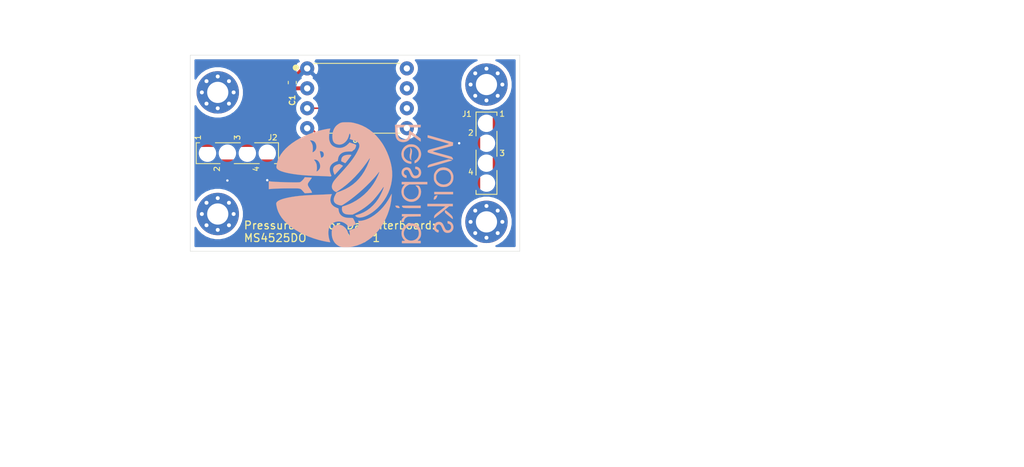
<source format=kicad_pcb>
(kicad_pcb (version 20171130) (host pcbnew "(5.1.9-16-g1737927814)-1")

  (general
    (thickness 1.6)
    (drawings 8)
    (tracks 18)
    (zones 0)
    (modules 9)
    (nets 12)
  )

  (page A4)
  (title_block
    (title "Pressure Sensor Daughterboard: MS4525DO")
    (rev 1)
    (company RespiraWorks)
  )

  (layers
    (0 F.Cu signal)
    (31 B.Cu signal)
    (32 B.Adhes user)
    (33 F.Adhes user)
    (34 B.Paste user)
    (35 F.Paste user)
    (36 B.SilkS user)
    (37 F.SilkS user)
    (38 B.Mask user)
    (39 F.Mask user)
    (40 Dwgs.User user)
    (41 Cmts.User user)
    (42 Eco1.User user)
    (43 Eco2.User user)
    (44 Edge.Cuts user)
    (45 Margin user)
    (46 B.CrtYd user)
    (47 F.CrtYd user)
    (48 B.Fab user)
    (49 F.Fab user)
  )

  (setup
    (last_trace_width 0.2)
    (user_trace_width 0.2)
    (user_trace_width 0.5)
    (user_trace_width 1)
    (trace_clearance 0.2)
    (zone_clearance 0.508)
    (zone_45_only no)
    (trace_min 0.2)
    (via_size 0.6)
    (via_drill 0.3)
    (via_min_size 0.4)
    (via_min_drill 0.3)
    (uvia_size 0.3)
    (uvia_drill 0.1)
    (uvias_allowed no)
    (uvia_min_size 0.2)
    (uvia_min_drill 0.1)
    (edge_width 0.05)
    (segment_width 0.2)
    (pcb_text_width 0.3)
    (pcb_text_size 1.5 1.5)
    (mod_edge_width 0.12)
    (mod_text_size 1 1)
    (mod_text_width 0.15)
    (pad_size 1.524 1.524)
    (pad_drill 0.762)
    (pad_to_mask_clearance 0)
    (aux_axis_origin 119 77.5)
    (visible_elements 7FFDFFFF)
    (pcbplotparams
      (layerselection 0x010fc_ffffffff)
      (usegerberextensions false)
      (usegerberattributes true)
      (usegerberadvancedattributes true)
      (creategerberjobfile true)
      (excludeedgelayer true)
      (linewidth 0.100000)
      (plotframeref false)
      (viasonmask false)
      (mode 1)
      (useauxorigin false)
      (hpglpennumber 1)
      (hpglpenspeed 20)
      (hpglpendiameter 15.000000)
      (psnegative false)
      (psa4output false)
      (plotreference true)
      (plotvalue true)
      (plotinvisibletext false)
      (padsonsilk false)
      (subtractmaskfromsilk false)
      (outputformat 1)
      (mirror false)
      (drillshape 1)
      (scaleselection 1)
      (outputdirectory "manufacturing/"))
  )

  (net 0 "")
  (net 1 GND)
  (net 2 "Net-(H1-Pad1)")
  (net 3 "Net-(H2-Pad1)")
  (net 4 "Net-(H3-Pad1)")
  (net 5 "Net-(H4-Pad1)")
  (net 6 "Net-(J1-Pad1)")
  (net 7 /SDA)
  (net 8 /SCL)
  (net 9 "Net-(U1-Pad5)")
  (net 10 +3.3V_Sns)
  (net 11 "Net-(J2-Pad1)")

  (net_class Default "This is the default net class."
    (clearance 0.2)
    (trace_width 0.2)
    (via_dia 0.6)
    (via_drill 0.3)
    (uvia_dia 0.3)
    (uvia_drill 0.1)
    (add_net +3.3V_Sns)
    (add_net /SCL)
    (add_net /SDA)
    (add_net GND)
    (add_net "Net-(H1-Pad1)")
    (add_net "Net-(H2-Pad1)")
    (add_net "Net-(H3-Pad1)")
    (add_net "Net-(H4-Pad1)")
    (add_net "Net-(J1-Pad1)")
    (add_net "Net-(J2-Pad1)")
    (add_net "Net-(U1-Pad5)")
  )

  (module RespiraWorks_Std:PinSocket_1x04_P2.54mm_Vertical_SMD_TE_1241152-4 (layer F.Cu) (tedit 6065EE73) (tstamp 605B18C1)
    (at 125 90 90)
    (descr "0.1\"/2.54 mm female header, vertical SMT, bottom entry: Samtec SSM-104-*-SV-BE")
    (path /5FFA26A3)
    (attr smd)
    (fp_text reference J2 (at 2 4.5 180) (layer F.SilkS)
      (effects (font (size 0.7 0.7) (thickness 0.12)))
    )
    (fp_text value "Main board connections (bottom entry)" (at 0 6.68 90) (layer F.Fab)
      (effects (font (size 1 1) (thickness 0.15)))
    )
    (fp_line (start -2.3 4.1) (end -2.3 3.5) (layer F.Fab) (width 0.05))
    (fp_line (start -2.3 3.5) (end -1.27 3.5) (layer F.Fab) (width 0.05))
    (fp_line (start -1.27 4.1) (end -2.3 4.1) (layer F.Fab) (width 0.05))
    (fp_circle (center 1.75 -4.52) (end 1.65 -4.52) (layer F.Fab) (width 0.2))
    (fp_line (start 3.1 5.67) (end 3.1 -5.72) (layer F.CrtYd) (width 0.05))
    (fp_line (start -3.1 5.67) (end 3.1 5.67) (layer F.CrtYd) (width 0.05))
    (fp_line (start -3.1 -5.72) (end -3.1 5.67) (layer F.CrtYd) (width 0.05))
    (fp_line (start 3.1 -5.72) (end -3.1 -5.72) (layer F.CrtYd) (width 0.05))
    (fp_line (start 2.3 1.57) (end 2.3 0.97) (layer F.Fab) (width 0.05))
    (fp_line (start 1.27 1.57) (end 2.3 1.57) (layer F.Fab) (width 0.05))
    (fp_line (start 2.3 0.97) (end 1.27 0.97) (layer F.Fab) (width 0.05))
    (fp_line (start -2.3 -0.97) (end -1.27 -0.97) (layer F.Fab) (width 0.05))
    (fp_line (start -2.3 -1.57) (end -2.3 -0.97) (layer F.Fab) (width 0.05))
    (fp_line (start -1.27 -1.57) (end -2.3 -1.57) (layer F.Fab) (width 0.05))
    (fp_line (start 2.3 -3.51) (end 2.3 -4.11) (layer F.Fab) (width 0.05))
    (fp_line (start 1.27 -3.51) (end 2.3 -3.51) (layer F.Fab) (width 0.05))
    (fp_line (start 2.3 -4.11) (end 1.27 -4.11) (layer F.Fab) (width 0.05))
    (fp_line (start 1.27 -4.545) (end 0.635 -5.18) (layer F.Fab) (width 0.05))
    (fp_line (start 1.27 5.18) (end 1.27 -4.545) (layer F.Fab) (width 0.05))
    (fp_line (start -1.27 5.18) (end 1.27 5.18) (layer F.Fab) (width 0.05))
    (fp_line (start -1.27 -5.18) (end -1.27 5.18) (layer F.Fab) (width 0.05))
    (fp_line (start 0.635 -5.18) (end -1.27 -5.18) (layer F.Fab) (width 0.05))
    (fp_line (start 1.33 2.2) (end 1.33 5.23) (layer F.SilkS) (width 0.12))
    (fp_line (start 1.33 -2.8) (end 1.33 0.4) (layer F.SilkS) (width 0.12))
    (fp_line (start 1.33 -5.24) (end 1.33 -4.8) (layer F.SilkS) (width 0.12))
    (fp_line (start 1.33 5.24) (end -1.33 5.24) (layer F.SilkS) (width 0.12))
    (fp_line (start -1.33 -0.4) (end -1.33 2.8) (layer F.SilkS) (width 0.12))
    (fp_line (start -1.33 -5.24) (end -1.33 -2.2) (layer F.SilkS) (width 0.12))
    (fp_line (start 1.33 -5.24) (end -1.33 -5.24) (layer F.SilkS) (width 0.12))
    (fp_line (start -1.33 4.73) (end -1.33 5.22) (layer F.SilkS) (width 0.12))
    (fp_text user 3 (at 2 0 90) (layer F.SilkS)
      (effects (font (size 0.7 0.7) (thickness 0.12)))
    )
    (fp_text user 1 (at 2 -5.02 90) (layer F.SilkS)
      (effects (font (size 0.7 0.7) (thickness 0.12)))
    )
    (fp_text user %R (at 0 0) (layer F.Fab)
      (effects (font (size 1 1) (thickness 0.05)))
    )
    (fp_text user 2 (at -2 -2.6 90) (layer F.SilkS)
      (effects (font (size 0.7 0.7) (thickness 0.12)))
    )
    (fp_text user 4 (at -2 2.4 90) (layer F.SilkS)
      (effects (font (size 0.7 0.7) (thickness 0.12)))
    )
    (pad "" np_thru_hole circle (at 0 1.27 90) (size 1.2 1.2) (drill 1.2) (layers *.Cu *.Mask))
    (pad "" np_thru_hole circle (at 0 -1.27 90) (size 1.2 1.2) (drill 1.2) (layers *.Cu *.Mask))
    (pad "" np_thru_hole circle (at 0 -3.81 90) (size 1.2 1.2) (drill 1.2) (layers *.Cu *.Mask))
    (pad 1 smd rect (at 1.85 -3.81 90) (size 2.1 1.5) (layers F.Cu F.Paste F.Mask)
      (net 11 "Net-(J2-Pad1)"))
    (pad 3 smd rect (at 1.85 1.27 90) (size 2.1 1.5) (layers F.Cu F.Paste F.Mask)
      (net 10 +3.3V_Sns))
    (pad 2 smd rect (at -1.85 -1.27 90) (size 2.1 1.5) (layers F.Cu F.Paste F.Mask)
      (net 1 GND))
    (pad 4 smd rect (at -1.85 3.81 90) (size 2.1 1.5) (layers F.Cu F.Paste F.Mask)
      (net 1 GND))
    (pad "" np_thru_hole circle (at 0 3.81 90) (size 1.2 1.2) (drill 1.2) (layers *.Cu *.Mask))
    (model ${KISYS3DMOD}/Connector_PinSocket_2.54mm.3dshapes/PinSocket_1x04_P2.54mm_Vertical_SMD_Pin1Left.wrl
      (at (xyz 0 0 0))
      (scale (xyz 1 1 1))
      (rotate (xyz 0 0 0))
    )
  )

  (module RespiraWorks_Std:PinSocket_1x04_P2.54mm_Vertical_SMD_TE_1241152-4 (layer F.Cu) (tedit 6065EE73) (tstamp 605AAF10)
    (at 156.75 90)
    (descr "0.1\"/2.54 mm female header, vertical SMT, bottom entry: Samtec SSM-104-*-SV-BE")
    (path /5FFA737A)
    (attr smd)
    (fp_text reference J1 (at -2.5 -5) (layer F.SilkS)
      (effects (font (size 0.7 0.7) (thickness 0.12)))
    )
    (fp_text value "Main board connections (bottom entry)" (at 0 6.68) (layer F.Fab)
      (effects (font (size 1 1) (thickness 0.15)))
    )
    (fp_line (start -2.3 4.1) (end -2.3 3.5) (layer F.Fab) (width 0.05))
    (fp_line (start -2.3 3.5) (end -1.27 3.5) (layer F.Fab) (width 0.05))
    (fp_line (start -1.27 4.1) (end -2.3 4.1) (layer F.Fab) (width 0.05))
    (fp_circle (center 1.75 -4.52) (end 1.65 -4.52) (layer F.Fab) (width 0.2))
    (fp_line (start 3.1 5.67) (end 3.1 -5.72) (layer F.CrtYd) (width 0.05))
    (fp_line (start -3.1 5.67) (end 3.1 5.67) (layer F.CrtYd) (width 0.05))
    (fp_line (start -3.1 -5.72) (end -3.1 5.67) (layer F.CrtYd) (width 0.05))
    (fp_line (start 3.1 -5.72) (end -3.1 -5.72) (layer F.CrtYd) (width 0.05))
    (fp_line (start 2.3 1.57) (end 2.3 0.97) (layer F.Fab) (width 0.05))
    (fp_line (start 1.27 1.57) (end 2.3 1.57) (layer F.Fab) (width 0.05))
    (fp_line (start 2.3 0.97) (end 1.27 0.97) (layer F.Fab) (width 0.05))
    (fp_line (start -2.3 -0.97) (end -1.27 -0.97) (layer F.Fab) (width 0.05))
    (fp_line (start -2.3 -1.57) (end -2.3 -0.97) (layer F.Fab) (width 0.05))
    (fp_line (start -1.27 -1.57) (end -2.3 -1.57) (layer F.Fab) (width 0.05))
    (fp_line (start 2.3 -3.51) (end 2.3 -4.11) (layer F.Fab) (width 0.05))
    (fp_line (start 1.27 -3.51) (end 2.3 -3.51) (layer F.Fab) (width 0.05))
    (fp_line (start 2.3 -4.11) (end 1.27 -4.11) (layer F.Fab) (width 0.05))
    (fp_line (start 1.27 -4.545) (end 0.635 -5.18) (layer F.Fab) (width 0.05))
    (fp_line (start 1.27 5.18) (end 1.27 -4.545) (layer F.Fab) (width 0.05))
    (fp_line (start -1.27 5.18) (end 1.27 5.18) (layer F.Fab) (width 0.05))
    (fp_line (start -1.27 -5.18) (end -1.27 5.18) (layer F.Fab) (width 0.05))
    (fp_line (start 0.635 -5.18) (end -1.27 -5.18) (layer F.Fab) (width 0.05))
    (fp_line (start 1.33 2.2) (end 1.33 5.23) (layer F.SilkS) (width 0.12))
    (fp_line (start 1.33 -2.8) (end 1.33 0.4) (layer F.SilkS) (width 0.12))
    (fp_line (start 1.33 -5.24) (end 1.33 -4.8) (layer F.SilkS) (width 0.12))
    (fp_line (start 1.33 5.24) (end -1.33 5.24) (layer F.SilkS) (width 0.12))
    (fp_line (start -1.33 -0.4) (end -1.33 2.8) (layer F.SilkS) (width 0.12))
    (fp_line (start -1.33 -5.24) (end -1.33 -2.2) (layer F.SilkS) (width 0.12))
    (fp_line (start 1.33 -5.24) (end -1.33 -5.24) (layer F.SilkS) (width 0.12))
    (fp_line (start -1.33 4.73) (end -1.33 5.22) (layer F.SilkS) (width 0.12))
    (fp_text user 3 (at 2 0) (layer F.SilkS)
      (effects (font (size 0.7 0.7) (thickness 0.12)))
    )
    (fp_text user 1 (at 2 -5.02) (layer F.SilkS)
      (effects (font (size 0.7 0.7) (thickness 0.12)))
    )
    (fp_text user %R (at 0 0 90) (layer F.Fab)
      (effects (font (size 1 1) (thickness 0.05)))
    )
    (fp_text user 2 (at -2 -2.6) (layer F.SilkS)
      (effects (font (size 0.7 0.7) (thickness 0.12)))
    )
    (fp_text user 4 (at -2 2.4) (layer F.SilkS)
      (effects (font (size 0.7 0.7) (thickness 0.12)))
    )
    (pad "" np_thru_hole circle (at 0 1.27) (size 1.2 1.2) (drill 1.2) (layers *.Cu *.Mask))
    (pad "" np_thru_hole circle (at 0 -1.27) (size 1.2 1.2) (drill 1.2) (layers *.Cu *.Mask))
    (pad "" np_thru_hole circle (at 0 -3.81) (size 1.2 1.2) (drill 1.2) (layers *.Cu *.Mask))
    (pad 1 smd rect (at 1.85 -3.81) (size 2.1 1.5) (layers F.Cu F.Paste F.Mask)
      (net 6 "Net-(J1-Pad1)"))
    (pad 3 smd rect (at 1.85 1.27) (size 2.1 1.5) (layers F.Cu F.Paste F.Mask)
      (net 7 /SDA))
    (pad 2 smd rect (at -1.85 -1.27) (size 2.1 1.5) (layers F.Cu F.Paste F.Mask)
      (net 1 GND))
    (pad 4 smd rect (at -1.85 3.81) (size 2.1 1.5) (layers F.Cu F.Paste F.Mask)
      (net 8 /SCL))
    (pad "" np_thru_hole circle (at 0 3.81) (size 1.2 1.2) (drill 1.2) (layers *.Cu *.Mask))
    (model ${KISYS3DMOD}/Connector_PinSocket_2.54mm.3dshapes/PinSocket_1x04_P2.54mm_Vertical_SMD_Pin1Left.wrl
      (at (xyz 0 0 0))
      (scale (xyz 1 1 1))
      (rotate (xyz 0 0 0))
    )
  )

  (module RespiraWorks:RespiraWorks-Logo-With-Text-16mm (layer B.Cu) (tedit 60624C22) (tstamp 6065907D)
    (at 140.75 94 270)
    (descr "RespiraWorks Logo with Text")
    (tags "RespiraWorks Logo Text Lungs")
    (fp_text reference G*** (at 0 0 90) (layer B.SilkS) hide
      (effects (font (size 1.524 1.524) (thickness 0.3)) (justify mirror))
    )
    (fp_text value LOGO (at 0.75 0 90) (layer B.SilkS) hide
      (effects (font (size 1.524 1.524) (thickness 0.3)) (justify mirror))
    )
    (fp_poly (pts (xy 0.559862 11.535833) (xy 0.543295 11.348538) (xy 0.528212 11.111631) (xy 0.514825 10.831929)
      (xy 0.503345 10.516249) (xy 0.493981 10.171409) (xy 0.486946 9.804226) (xy 0.482449 9.421519)
      (xy 0.480701 9.030104) (xy 0.480688 8.974667) (xy 0.48057 8.678585) (xy 0.480948 8.432901)
      (xy 0.483204 8.231573) (xy 0.48872 8.068561) (xy 0.498881 7.937824) (xy 0.515069 7.833322)
      (xy 0.538666 7.749014) (xy 0.571056 7.678859) (xy 0.613621 7.616818) (xy 0.667745 7.556849)
      (xy 0.73481 7.492912) (xy 0.816199 7.418966) (xy 0.842294 7.395141) (xy 1.099688 7.159097)
      (xy 1.084748 6.818049) (xy 1.073749 6.5998) (xy 1.062116 6.435355) (xy 1.049559 6.322075)
      (xy 1.035789 6.257322) (xy 1.021326 6.23835) (xy 0.984412 6.247873) (xy 0.917131 6.26995)
      (xy 0.897626 6.276818) (xy 0.830728 6.308992) (xy 0.733681 6.36599) (xy 0.621435 6.438695)
      (xy 0.544848 6.491889) (xy 0.374069 6.609117) (xy 0.23622 6.691356) (xy 0.123112 6.742284)
      (xy 0.026556 6.765581) (xy -0.061637 6.764926) (xy -0.062618 6.764796) (xy -0.10823 6.756961)
      (xy -0.152148 6.743425) (xy -0.202278 6.719385) (xy -0.266527 6.680037) (xy -0.3528 6.620577)
      (xy -0.469004 6.536203) (xy -0.606778 6.434204) (xy -0.706052 6.362874) (xy -0.790776 6.306497)
      (xy -0.849459 6.272483) (xy -0.867833 6.265873) (xy -0.889454 6.288116) (xy -0.900866 6.358594)
      (xy -0.903257 6.441722) (xy -0.905334 6.553009) (xy -0.910736 6.695178) (xy -0.918436 6.842836)
      (xy -0.921313 6.888538) (xy -0.939224 7.158964) (xy -0.829445 7.226) (xy -0.726498 7.299138)
      (xy -0.612938 7.395956) (xy -0.502305 7.503165) (xy -0.408138 7.607478) (xy -0.343975 7.695607)
      (xy -0.33569 7.710598) (xy -0.31876 7.748441) (xy -0.3058 7.792324) (xy -0.296292 7.849924)
      (xy -0.289717 7.928914) (xy -0.285558 8.036971) (xy -0.283295 8.181769) (xy -0.282411 8.370985)
      (xy -0.282326 8.50082) (xy -0.283778 8.761051) (xy -0.287863 9.044886) (xy -0.294286 9.345196)
      (xy -0.302753 9.65485) (xy -0.312969 9.966719) (xy -0.324639 10.273675) (xy -0.337469 10.568586)
      (xy -0.351164 10.844326) (xy -0.36543 11.093762) (xy -0.379971 11.309767) (xy -0.394492 11.485211)
      (xy -0.4087 11.612964) (xy -0.411855 11.634611) (xy -0.428295 11.740444) (xy 0.581878 11.740444)
      (xy 0.559862 11.535833)) (layer B.SilkS) (width 0.01))
    (fp_poly (pts (xy -1.796165 3.543093) (xy -1.642866 3.508603) (xy -1.486106 3.458875) (xy -1.348678 3.400253)
      (xy -1.331582 3.391323) (xy -1.237942 3.3409) (xy -1.740804 2.878961) (xy -1.885602 2.745975)
      (xy -2.020303 2.622313) (xy -2.138101 2.51422) (xy -2.232189 2.427942) (xy -2.295759 2.369724)
      (xy -2.316911 2.350414) (xy -2.370684 2.308733) (xy -2.404471 2.306298) (xy -2.421248 2.321268)
      (xy -2.447561 2.364374) (xy -2.487983 2.443132) (xy -2.53426 2.541369) (xy -2.539254 2.552448)
      (xy -2.626169 2.746165) (xy -2.580492 2.903289) (xy -2.493905 3.136878) (xy -2.384979 3.319179)
      (xy -2.253953 3.449956) (xy -2.101065 3.528972) (xy -1.926552 3.555991) (xy -1.923208 3.556)
      (xy -1.796165 3.543093)) (layer B.SilkS) (width 0.01))
    (fp_poly (pts (xy -2.850444 2.25761) (xy -2.723444 1.99786) (xy -2.822222 1.913615) (xy -2.888052 1.859746)
      (xy -2.981865 1.78599) (xy -3.095484 1.698462) (xy -3.220734 1.603277) (xy -3.349442 1.506549)
      (xy -3.473431 1.414392) (xy -3.584526 1.33292) (xy -3.674553 1.268249) (xy -3.735336 1.226493)
      (xy -3.758215 1.213555) (xy -3.776463 1.238247) (xy -3.795018 1.299323) (xy -3.798514 1.316404)
      (xy -3.805733 1.394687) (xy -3.807039 1.506767) (xy -3.802263 1.630294) (xy -3.801042 1.648015)
      (xy -3.767564 1.90447) (xy -3.707273 2.112561) (xy -3.61852 2.274454) (xy -3.499656 2.39231)
      (xy -3.349031 2.468292) (xy -3.164996 2.504564) (xy -3.146778 2.505952) (xy -2.977444 2.517361)
      (xy -2.850444 2.25761)) (layer B.SilkS) (width 0.01))
    (fp_poly (pts (xy 2.462781 10.795414) (xy 2.554685 10.784781) (xy 2.671961 10.766692) (xy 3.079134 10.675248)
      (xy 3.472206 10.533597) (xy 3.853586 10.340406) (xy 4.225682 10.094341) (xy 4.590902 9.794068)
      (xy 4.814609 9.580427) (xy 5.161253 9.198885) (xy 5.493967 8.767509) (xy 5.809881 8.291817)
      (xy 6.106129 7.777324) (xy 6.379841 7.229548) (xy 6.628149 6.654004) (xy 6.848184 6.05621)
      (xy 7.03708 5.441681) (xy 7.109987 5.165824) (xy 7.159329 4.961167) (xy 7.206283 4.751338)
      (xy 7.248922 4.546385) (xy 7.285318 4.356354) (xy 7.313543 4.191295) (xy 7.331669 4.061256)
      (xy 7.337778 3.978697) (xy 7.337778 3.900705) (xy 7.13311 3.980178) (xy 6.875541 4.060653)
      (xy 6.591512 4.115765) (xy 6.297467 4.144287) (xy 6.009849 4.144995) (xy 5.745103 4.116661)
      (xy 5.630224 4.092194) (xy 5.388224 4.012257) (xy 5.191587 3.905586) (xy 5.033541 3.76708)
      (xy 4.907315 3.591635) (xy 4.868112 3.517949) (xy 4.75852 3.237364) (xy 4.704712 2.957105)
      (xy 4.706093 2.680203) (xy 4.762067 2.409689) (xy 4.87204 2.148596) (xy 5.035416 1.899953)
      (xy 5.227168 1.689758) (xy 5.396497 1.528133) (xy 5.276908 1.166233) (xy 5.216002 0.988509)
      (xy 5.164836 0.858925) (xy 5.118578 0.771088) (xy 5.072399 0.718607) (xy 5.021467 0.69509)
      (xy 4.960951 0.694144) (xy 4.924778 0.700308) (xy 4.868853 0.719309) (xy 4.777594 0.757735)
      (xy 4.665575 0.808643) (xy 4.547367 0.865087) (xy 4.437545 0.920125) (xy 4.35068 0.966811)
      (xy 4.303889 0.996168) (xy 4.280839 1.018634) (xy 4.264945 1.050912) (xy 4.254821 1.102978)
      (xy 4.249076 1.184803) (xy 4.246323 1.306364) (xy 4.245456 1.415895) (xy 4.232211 1.712123)
      (xy 4.194244 1.963872) (xy 4.129118 2.178523) (xy 4.034393 2.363458) (xy 3.907632 2.526056)
      (xy 3.863998 2.570605) (xy 3.696721 2.699027) (xy 3.496999 2.787897) (xy 3.258979 2.839721)
      (xy 3.226116 2.843734) (xy 3.041303 2.864555) (xy 2.970372 3.062111) (xy 2.852837 3.324121)
      (xy 2.706837 3.537715) (xy 2.534289 3.702045) (xy 2.337111 3.816264) (xy 2.117221 3.879525)
      (xy 1.876538 3.890981) (xy 1.616979 3.849784) (xy 1.371897 3.768249) (xy 1.205683 3.700213)
      (xy 1.22323 3.888115) (xy 1.229327 3.969532) (xy 1.236993 4.096891) (xy 1.245685 4.25973)
      (xy 1.254862 4.447584) (xy 1.263983 4.649993) (xy 1.269552 4.78262) (xy 1.279697 5.031891)
      (xy 1.291257 5.316136) (xy 1.303359 5.613928) (xy 1.315134 5.903843) (xy 1.325711 6.164456)
      (xy 1.327513 6.208889) (xy 1.356752 6.804991) (xy 1.394538 7.353314) (xy 1.441739 7.861998)
      (xy 1.499222 8.339182) (xy 1.567854 8.793009) (xy 1.648503 9.231617) (xy 1.650745 9.242778)
      (xy 1.736585 9.628142) (xy 1.827946 9.959126) (xy 1.924683 10.235391) (xy 2.026649 10.456594)
      (xy 2.133699 10.622395) (xy 2.245688 10.732453) (xy 2.300631 10.765133) (xy 2.350067 10.785651)
      (xy 2.399346 10.795724) (xy 2.462781 10.795414)) (layer B.SilkS) (width 0.01))
    (fp_poly (pts (xy -2.136365 10.759115) (xy -2.115779 10.752299) (xy -2.004229 10.677413) (xy -1.89647 10.547465)
      (xy -1.792965 10.36374) (xy -1.694175 10.127521) (xy -1.600564 9.840093) (xy -1.512594 9.50274)
      (xy -1.430726 9.116746) (xy -1.355424 8.683397) (xy -1.343715 8.607778) (xy -1.298107 8.289874)
      (xy -1.258161 7.969657) (xy -1.223295 7.639611) (xy -1.192927 7.292217) (xy -1.166477 6.919958)
      (xy -1.143362 6.515315) (xy -1.123002 6.070772) (xy -1.104814 5.57881) (xy -1.10142 5.475111)
      (xy -1.089481 5.11587) (xy -1.078416 4.810031) (xy -1.068082 4.554561) (xy -1.058334 4.346429)
      (xy -1.049029 4.182601) (xy -1.040021 4.060044) (xy -1.031168 3.975725) (xy -1.029704 3.965222)
      (xy -1.040475 3.863971) (xy -1.067082 3.815856) (xy -1.116829 3.751157) (xy -1.271026 3.821718)
      (xy -1.515455 3.912607) (xy -1.758738 3.963558) (xy -1.99098 3.973807) (xy -2.202288 3.942593)
      (xy -2.317677 3.902424) (xy -2.505646 3.789011) (xy -2.673467 3.626546) (xy -2.81693 3.420121)
      (xy -2.931824 3.174833) (xy -2.94215 3.146778) (xy -3.013081 2.949222) (xy -3.197893 2.9284)
      (xy -3.441131 2.881048) (xy -3.645337 2.796963) (xy -3.816365 2.673642) (xy -3.835776 2.655272)
      (xy -3.973674 2.495878) (xy -4.078274 2.315504) (xy -4.151976 2.106922) (xy -4.197183 1.862908)
      (xy -4.216294 1.576233) (xy -4.217233 1.507013) (xy -4.219222 1.137248) (xy -4.322726 1.022676)
      (xy -4.388102 0.94574) (xy -4.440862 0.875671) (xy -4.459171 0.846554) (xy -4.509964 0.793574)
      (xy -4.598616 0.737695) (xy -4.708684 0.685623) (xy -4.823723 0.644064) (xy -4.927292 0.619722)
      (xy -5.002945 0.619304) (xy -5.010684 0.621651) (xy -5.049211 0.639612) (xy -5.081513 0.667272)
      (xy -5.11199 0.713137) (xy -5.14504 0.785708) (xy -5.185062 0.893489) (xy -5.236454 1.044985)
      (xy -5.248579 1.081567) (xy -5.368274 1.443466) (xy -5.198946 1.605092) (xy -4.988265 1.839756)
      (xy -4.830332 2.089501) (xy -4.72575 2.351192) (xy -4.675119 2.621694) (xy -4.679042 2.897872)
      (xy -4.73812 3.176592) (xy -4.846392 3.441887) (xy -4.972273 3.638463) (xy -5.132731 3.796222)
      (xy -5.331529 3.917719) (xy -5.572427 4.005507) (xy -5.729111 4.041273) (xy -5.899261 4.060123)
      (xy -6.106748 4.062762) (xy -6.335349 4.05079) (xy -6.568841 4.025807) (xy -6.790999 3.989412)
      (xy -6.985602 3.943207) (xy -7.095001 3.90657) (xy -7.123381 3.899159) (xy -7.137257 3.913023)
      (xy -7.138973 3.959184) (xy -7.130867 4.048667) (xy -7.128957 4.066437) (xy -7.106868 4.225911)
      (xy -7.071761 4.425653) (xy -7.026616 4.651803) (xy -6.974409 4.890499) (xy -6.91812 5.127878)
      (xy -6.912006 5.151551) (xy -4.261555 5.151551) (xy -4.242479 5.018005) (xy -4.190897 4.899678)
      (xy -4.115278 4.815387) (xy -4.107984 4.810375) (xy -3.972812 4.748917) (xy -3.826569 4.727205)
      (xy -3.686585 4.745764) (xy -3.584222 4.794475) (xy -3.535089 4.841431) (xy -3.48376 4.907991)
      (xy -3.440409 4.978002) (xy -3.415213 5.03531) (xy -3.415704 5.062001) (xy -3.446936 5.072341)
      (xy -3.522859 5.091072) (xy -3.632775 5.115721) (xy -3.765987 5.143814) (xy -3.79603 5.149941)
      (xy -3.936774 5.1788) (xy -4.060436 5.204752) (xy -4.154929 5.225219) (xy -4.208167 5.237622)
      (xy -4.212166 5.238721) (xy -4.245366 5.238518) (xy -4.259392 5.203325) (xy -4.261555 5.151551)
      (xy -6.912006 5.151551) (xy -6.860724 5.350079) (xy -6.828388 5.465554) (xy -6.625459 6.105064)
      (xy -6.501236 6.436304) (xy -5.640374 6.436304) (xy -5.634111 6.337096) (xy -5.633727 6.3338)
      (xy -5.585309 6.133894) (xy -5.492468 5.967404) (xy -5.357686 5.836349) (xy -5.183446 5.742745)
      (xy -4.972228 5.688609) (xy -4.824067 5.675759) (xy -4.735403 5.682294) (xy -4.628078 5.702389)
      (xy -4.582945 5.714364) (xy -4.473194 5.760237) (xy -4.363883 5.826074) (xy -4.32987 5.852498)
      (xy -4.290744 5.891389) (xy -3.188954 5.891389) (xy -3.162706 5.708039) (xy -3.08551 5.547499)
      (xy -2.958686 5.411274) (xy -2.783556 5.300868) (xy -2.610555 5.23246) (xy -2.458645 5.202645)
      (xy -2.293481 5.199407) (xy -2.142968 5.22271) (xy -2.109554 5.233155) (xy -2.016042 5.276418)
      (xy -1.920387 5.334969) (xy -1.903832 5.347089) (xy -1.842432 5.402689) (xy -1.778165 5.47427)
      (xy -1.720945 5.548657) (xy -1.680685 5.612672) (xy -1.6673 5.65314) (xy -1.669623 5.658364)
      (xy -1.702145 5.659402) (xy -1.767956 5.64651) (xy -1.793698 5.639664) (xy -1.928377 5.615819)
      (xy -2.097343 5.606488) (xy -2.280536 5.610941) (xy -2.457897 5.628448) (xy -2.609365 5.658282)
      (xy -2.650548 5.67081) (xy -2.795346 5.730431) (xy -2.932543 5.804565) (xy -3.044949 5.883035)
      (xy -3.102468 5.938396) (xy -3.149367 5.978902) (xy -3.178253 5.965964) (xy -3.188898 5.899704)
      (xy -3.188954 5.891389) (xy -4.290744 5.891389) (xy -4.259691 5.922255) (xy -4.195894 6.00203)
      (xy -4.147111 6.078594) (xy -4.121975 6.138718) (xy -4.125013 6.16642) (xy -4.159865 6.170391)
      (xy -4.228983 6.161561) (xy -4.264886 6.154113) (xy -4.414245 6.132084) (xy -4.592846 6.124382)
      (xy -4.779052 6.130388) (xy -4.951226 6.14948) (xy -5.076475 6.177393) (xy -5.239079 6.238505)
      (xy -5.386397 6.313337) (xy -5.502199 6.393039) (xy -5.543019 6.431742) (xy -5.596917 6.481372)
      (xy -5.628672 6.483645) (xy -5.640374 6.436304) (xy -6.501236 6.436304) (xy -6.397052 6.71411)
      (xy -6.144869 7.290251) (xy -5.870618 7.831044) (xy -5.576004 8.334046) (xy -5.262731 8.796813)
      (xy -4.932506 9.216905) (xy -4.587033 9.591877) (xy -4.228019 9.919287) (xy -3.857168 10.196693)
      (xy -3.476185 10.421651) (xy -3.313651 10.499867) (xy -3.131294 10.573837) (xy -2.936634 10.639085)
      (xy -2.739886 10.693456) (xy -2.551269 10.734798) (xy -2.380998 10.760957) (xy -2.239291 10.76978)
      (xy -2.136365 10.759115)) (layer B.SilkS) (width 0.01))
    (fp_poly (pts (xy 6.446809 3.711087) (xy 6.717441 3.666736) (xy 6.962556 3.589861) (xy 7.097889 3.529321)
      (xy 7.315302 3.405147) (xy 7.492399 3.265239) (xy 7.645279 3.095776) (xy 7.715043 2.999501)
      (xy 7.797513 2.873815) (xy 7.860392 2.762693) (xy 7.906255 2.655269) (xy 7.937676 2.540677)
      (xy 7.957232 2.40805) (xy 7.967498 2.246522) (xy 7.971049 2.045226) (xy 7.97109 1.919111)
      (xy 7.969605 1.715035) (xy 7.965782 1.553621) (xy 7.958456 1.421097) (xy 7.946458 1.303693)
      (xy 7.928622 1.187637) (xy 7.903781 1.05916) (xy 7.89441 1.014353) (xy 7.752735 0.478798)
      (xy 7.559288 -0.034855) (xy 7.314773 -0.525489) (xy 7.019899 -0.991987) (xy 6.67537 -1.433231)
      (xy 6.281892 -1.848104) (xy 5.842 -2.234022) (xy 5.378844 -2.574005) (xy 4.878502 -2.882876)
      (xy 4.349167 -3.157385) (xy 3.799031 -3.394284) (xy 3.236289 -3.590325) (xy 2.669133 -3.742259)
      (xy 2.105757 -3.846836) (xy 1.653139 -3.894921) (xy 1.48118 -3.906611) (xy 1.357557 -3.914701)
      (xy 1.274295 -3.919443) (xy 1.223417 -3.921094) (xy 1.196949 -3.919908) (xy 1.186913 -3.916139)
      (xy 1.185334 -3.910043) (xy 1.185334 -3.909867) (xy 1.209022 -3.893002) (xy 1.273923 -3.855919)
      (xy 1.370786 -3.80369) (xy 1.490363 -3.741388) (xy 1.521863 -3.725271) (xy 1.981328 -3.466727)
      (xy 2.419894 -3.171908) (xy 2.832808 -2.845728) (xy 3.215316 -2.493099) (xy 3.562666 -2.118935)
      (xy 3.870105 -1.728149) (xy 4.13288 -1.325654) (xy 4.346238 -0.916364) (xy 4.429415 -0.719667)
      (xy 4.505592 -0.499438) (xy 4.565589 -0.275087) (xy 4.60629 -0.061613) (xy 4.624576 0.125988)
      (xy 4.623787 0.21539) (xy 4.619166 0.299191) (xy 4.617293 0.354222) (xy 4.617942 0.366927)
      (xy 4.643478 0.357192) (xy 4.702543 0.333019) (xy 4.722869 0.324555) (xy 4.856034 0.290433)
      (xy 5.008482 0.283864) (xy 5.154987 0.304247) (xy 5.246074 0.337004) (xy 5.34794 0.400777)
      (xy 5.431886 0.483248) (xy 5.504438 0.59409) (xy 5.572125 0.742978) (xy 5.630971 0.907466)
      (xy 5.678573 1.05) (xy 5.725611 1.188404) (xy 5.766048 1.305045) (xy 5.789786 1.371375)
      (xy 5.842719 1.515083) (xy 5.990526 1.464018) (xy 6.15053 1.424509) (xy 6.306116 1.414289)
      (xy 6.439959 1.433682) (xy 6.493436 1.454646) (xy 6.549321 1.496339) (xy 6.555878 1.531639)
      (xy 6.513356 1.550969) (xy 6.490903 1.552222) (xy 6.421947 1.562696) (xy 6.316092 1.590754)
      (xy 6.188148 1.631356) (xy 6.052928 1.679459) (xy 5.925242 1.730021) (xy 5.819901 1.777999)
      (xy 5.804781 1.7858) (xy 5.696547 1.853232) (xy 5.578687 1.942149) (xy 5.489267 2.021497)
      (xy 5.314355 2.226486) (xy 5.1945 2.442544) (xy 5.129914 2.668799) (xy 5.120806 2.904377)
      (xy 5.167388 3.148406) (xy 5.196307 3.234102) (xy 5.280275 3.400522) (xy 5.395998 3.530343)
      (xy 5.547282 3.62555) (xy 5.737934 3.688126) (xy 5.971761 3.720057) (xy 6.138824 3.725333)
      (xy 6.446809 3.711087)) (layer B.SilkS) (width 0.01))
    (fp_poly (pts (xy 0.425815 3.688027) (xy 0.543566 3.644563) (xy 0.67555 3.555864) (xy 0.797938 3.430508)
      (xy 0.893061 3.287704) (xy 0.91527 3.240471) (xy 0.956848 3.14096) (xy 0.785935 2.876673)
      (xy 0.409982 2.336668) (xy -0.017066 1.798364) (xy -0.489969 1.266912) (xy -1.003482 0.747464)
      (xy -1.552364 0.245171) (xy -2.131371 -0.234815) (xy -2.735262 -0.687342) (xy -3.089675 -0.931737)
      (xy -3.20124 -1.008499) (xy -3.290163 -1.073987) (xy -3.348819 -1.122239) (xy -3.369579 -1.147296)
      (xy -3.367986 -1.149227) (xy -3.324722 -1.144699) (xy -3.238653 -1.120745) (xy -3.118615 -1.080723)
      (xy -2.973443 -1.027994) (xy -2.811973 -0.965918) (xy -2.643041 -0.897853) (xy -2.475483 -0.82716)
      (xy -2.318133 -0.757198) (xy -2.236651 -0.719055) (xy -1.702558 -0.436144) (xy -1.214087 -0.120256)
      (xy -0.770384 0.229557) (xy -0.370595 0.614242) (xy -0.013867 1.034748) (xy 0.300656 1.49202)
      (xy 0.573826 1.987007) (xy 0.806499 2.520655) (xy 0.889796 2.749133) (xy 1.007611 3.090333)
      (xy 1.229614 3.225152) (xy 1.480247 3.358082) (xy 1.709145 3.439597) (xy 1.915752 3.469859)
      (xy 2.099511 3.449033) (xy 2.259866 3.37728) (xy 2.396261 3.254764) (xy 2.508139 3.081649)
      (xy 2.594945 2.858098) (xy 2.605454 2.821373) (xy 2.642626 2.679772) (xy 2.661484 2.575356)
      (xy 2.65974 2.491188) (xy 2.635107 2.41033) (xy 2.585297 2.315846) (xy 2.523659 2.215677)
      (xy 2.218599 1.755084) (xy 1.870873 1.275072) (xy 1.487275 0.783418) (xy 1.074598 0.287901)
      (xy 0.639635 -0.2037) (xy 0.189179 -0.683607) (xy -0.269975 -1.144042) (xy -0.731036 -1.577226)
      (xy -0.988625 -1.805958) (xy -1.112042 -1.911248) (xy -1.240397 -2.017556) (xy -1.356999 -2.11122)
      (xy -1.432277 -2.169112) (xy -1.533481 -2.246624) (xy -1.594635 -2.299934) (xy -1.614039 -2.329032)
      (xy -1.589989 -2.333913) (xy -1.520784 -2.314569) (xy -1.404721 -2.270992) (xy -1.240097 -2.203175)
      (xy -1.157111 -2.167909) (xy -0.612123 -1.904502) (xy -0.091354 -1.591992) (xy 0.401498 -1.233861)
      (xy 0.862736 -0.833586) (xy 1.288663 -0.394649) (xy 1.67558 0.079472) (xy 2.01979 0.585296)
      (xy 2.301097 1.086555) (xy 2.41212 1.320474) (xy 2.522739 1.580111) (xy 2.624949 1.845101)
      (xy 2.710742 2.095076) (xy 2.752602 2.235117) (xy 2.779213 2.324934) (xy 2.804733 2.374779)
      (xy 2.842951 2.399127) (xy 2.907652 2.412455) (xy 2.923815 2.414897) (xy 3.140057 2.427157)
      (xy 3.33271 2.397461) (xy 3.495527 2.327746) (xy 3.622259 2.219951) (xy 3.644686 2.191306)
      (xy 3.717976 2.070673) (xy 3.769936 1.93556) (xy 3.80308 1.774992) (xy 3.819922 1.577993)
      (xy 3.82336 1.411111) (xy 3.823947 1.058333) (xy 3.705193 0.810987) (xy 3.47639 0.371019)
      (xy 3.216326 -0.06427) (xy 2.932431 -0.484486) (xy 2.632135 -0.879235) (xy 2.322868 -1.238123)
      (xy 2.026225 -1.537597) (xy 1.805617 -1.734961) (xy 1.548701 -1.950415) (xy 1.268086 -2.17389)
      (xy 0.976383 -2.395317) (xy 0.717581 -2.58256) (xy 0.587676 -2.674273) (xy 0.474486 -2.754304)
      (xy 0.385794 -2.817139) (xy 0.329382 -2.857268) (xy 0.312796 -2.869258) (xy 0.316387 -2.893581)
      (xy 0.319958 -2.897588) (xy 0.359436 -2.900559) (xy 0.44104 -2.879838) (xy 0.55738 -2.838829)
      (xy 0.701067 -2.780933) (xy 0.864709 -2.709553) (xy 1.040918 -2.628093) (xy 1.222303 -2.539956)
      (xy 1.401473 -2.448543) (xy 1.571041 -2.357259) (xy 1.723614 -2.269506) (xy 1.834445 -2.200217)
      (xy 2.258021 -1.891706) (xy 2.641146 -1.550912) (xy 2.981389 -1.181081) (xy 3.276319 -0.785461)
      (xy 3.523505 -0.3673) (xy 3.720517 0.070155) (xy 3.860566 0.506708) (xy 3.889963 0.607969)
      (xy 3.918296 0.685261) (xy 3.940249 0.724474) (xy 3.943377 0.726496) (xy 3.981972 0.712857)
      (xy 4.035294 0.662777) (xy 4.092461 0.590119) (xy 4.142594 0.508742) (xy 4.174813 0.432509)
      (xy 4.175192 0.43116) (xy 4.206403 0.221356) (xy 4.193522 -0.015841) (xy 4.138826 -0.275638)
      (xy 4.044592 -0.553241) (xy 3.913097 -0.843859) (xy 3.746618 -1.142697) (xy 3.547432 -1.444964)
      (xy 3.317816 -1.745867) (xy 3.060047 -2.040613) (xy 2.943013 -2.162352) (xy 2.505168 -2.567678)
      (xy 2.042501 -2.924169) (xy 1.557323 -3.230915) (xy 1.05195 -3.487003) (xy 0.528693 -3.691523)
      (xy -0.010132 -3.843563) (xy -0.562213 -3.942211) (xy -1.125235 -3.986556) (xy -1.665111 -3.977744)
      (xy -2.130341 -3.927234) (xy -2.618202 -3.833947) (xy -3.118934 -3.701334) (xy -3.622774 -3.53284)
      (xy -4.11996 -3.331916) (xy -4.600733 -3.102009) (xy -5.05533 -2.846567) (xy -5.288911 -2.69761)
      (xy -5.786822 -2.335621) (xy -6.234451 -1.948287) (xy -6.631727 -1.535706) (xy -6.978581 -1.09798)
      (xy -7.27494 -0.635206) (xy -7.520734 -0.147485) (xy -7.715893 0.365084) (xy -7.860346 0.902401)
      (xy -7.866188 0.929686) (xy -7.893454 1.064859) (xy -7.913351 1.183312) (xy -7.927046 1.298817)
      (xy -7.935704 1.425144) (xy -7.940495 1.576065) (xy -7.942584 1.76535) (xy -7.942867 1.834444)
      (xy -7.941825 2.06114) (xy -7.935428 2.242327) (xy -7.921102 2.38887) (xy -7.89627 2.511638)
      (xy -7.858359 2.621495) (xy -7.804792 2.729309) (xy -7.732994 2.845946) (xy -7.68682 2.914835)
      (xy -7.539863 3.103469) (xy -7.376443 3.255891) (xy -7.180463 3.38592) (xy -7.069666 3.444654)
      (xy -6.83394 3.541531) (xy -6.57957 3.604479) (xy -6.294722 3.635917) (xy -6.110601 3.640667)
      (xy -5.846862 3.626252) (xy -5.628603 3.581844) (xy -5.452439 3.5057) (xy -5.314984 3.396074)
      (xy -5.212851 3.251224) (xy -5.170757 3.156577) (xy -5.104058 2.909811) (xy -5.092746 2.673477)
      (xy -5.136939 2.446985) (xy -5.236758 2.229743) (xy -5.39232 2.02116) (xy -5.401698 2.010801)
      (xy -5.592961 1.835009) (xy -5.817619 1.692269) (xy -6.081652 1.579444) (xy -6.385278 1.494672)
      (xy -6.471793 1.47211) (xy -6.530663 1.450412) (xy -6.547555 1.437176) (xy -6.523611 1.415513)
      (xy -6.462749 1.384566) (xy -6.421739 1.36773) (xy -6.273144 1.336016) (xy -6.103184 1.348237)
      (xy -5.925691 1.397344) (xy -5.816533 1.435857) (xy -5.762581 1.289429) (xy -5.731442 1.20206)
      (xy -5.688884 1.078828) (xy -5.641001 0.937525) (xy -5.602749 0.8228) (xy -5.520495 0.606289)
      (xy -5.43161 0.441299) (xy -5.330947 0.322923) (xy -5.213363 0.246256) (xy -5.073712 0.206393)
      (xy -4.947069 0.197692) (xy -4.85601 0.202761) (xy -4.76611 0.220892) (xy -4.660975 0.256714)
      (xy -4.524211 0.314853) (xy -4.510895 0.320841) (xy -4.194503 0.474614) (xy -3.874468 0.652989)
      (xy -3.546521 0.859056) (xy -3.206394 1.095907) (xy -2.849821 1.366634) (xy -2.472533 1.674327)
      (xy -2.070263 2.022078) (xy -1.697996 2.35837) (xy -1.422416 2.610718) (xy -1.184485 2.826378)
      (xy -0.981273 3.007894) (xy -0.809852 3.157814) (xy -0.66729 3.278682) (xy -0.55066 3.373045)
      (xy -0.457031 3.443448) (xy -0.419407 3.469472) (xy -0.191053 3.599516) (xy 0.028212 3.679703)
      (xy 0.234972 3.709414) (xy 0.425815 3.688027)) (layer B.SilkS) (width 0.01))
    (fp_poly (pts (xy 2.762319 -4.40569) (xy 2.869561 -4.462367) (xy 2.93951 -4.549006) (xy 2.977571 -4.674062)
      (xy 2.986508 -4.756356) (xy 2.989644 -4.865278) (xy 2.977307 -4.923907) (xy 2.942841 -4.937705)
      (xy 2.879589 -4.912132) (xy 2.831079 -4.883849) (xy 2.753883 -4.82558) (xy 2.707798 -4.756327)
      (xy 2.685894 -4.660527) (xy 2.681111 -4.547101) (xy 2.681111 -4.377381) (xy 2.762319 -4.40569)) (layer B.SilkS) (width 0.01))
    (fp_poly (pts (xy -3.359007 -6.243342) (xy -3.206583 -6.315823) (xy -3.154829 -6.356338) (xy -3.109755 -6.401744)
      (xy -3.09912 -6.424505) (xy -3.109594 -6.424342) (xy -3.305085 -6.390008) (xy -3.531239 -6.396515)
      (xy -3.739444 -6.433578) (xy -3.976019 -6.483373) (xy -4.16794 -6.507802) (xy -4.320843 -6.507128)
      (xy -4.440363 -6.481615) (xy -4.473222 -6.467894) (xy -4.537288 -6.431066) (xy -4.600938 -6.38491)
      (xy -4.65539 -6.337875) (xy -4.691861 -6.298413) (xy -4.701568 -6.274973) (xy -4.675729 -6.276007)
      (xy -4.670778 -6.277809) (xy -4.537748 -6.307874) (xy -4.369327 -6.314309) (xy -4.181276 -6.29735)
      (xy -4.031921 -6.268232) (xy -3.770011 -6.219714) (xy -3.546262 -6.211361) (xy -3.359007 -6.243342)) (layer B.SilkS) (width 0.01))
    (fp_poly (pts (xy 4.769556 -5.319889) (xy 4.767597 -5.408895) (xy 4.75776 -5.455247) (xy 4.734107 -5.472704)
      (xy 4.702548 -5.475111) (xy 4.602133 -5.490858) (xy 4.481926 -5.531847) (xy 4.366718 -5.588698)
      (xy 4.318237 -5.62051) (xy 4.257804 -5.681762) (xy 4.193447 -5.772044) (xy 4.154906 -5.840855)
      (xy 4.078111 -5.997222) (xy 4.060125 -7.62) (xy 3.753556 -7.62) (xy 3.753556 -5.221111)
      (xy 4.064 -5.221111) (xy 4.064 -5.53766) (xy 4.191332 -5.396037) (xy 4.339493 -5.267876)
      (xy 4.506044 -5.189719) (xy 4.675805 -5.164667) (xy 4.769556 -5.164667) (xy 4.769556 -5.319889)) (layer B.SilkS) (width 0.01))
    (fp_poly (pts (xy 2.811822 -5.245627) (xy 2.892022 -5.309917) (xy 2.949384 -5.390756) (xy 2.960478 -5.420075)
      (xy 2.96951 -5.464479) (xy 2.976677 -5.529355) (xy 2.982175 -5.620094) (xy 2.986202 -5.742085)
      (xy 2.988954 -5.900717) (xy 2.990628 -6.101379) (xy 2.99142 -6.349461) (xy 2.991556 -6.546154)
      (xy 2.991556 -7.62) (xy 2.681111 -7.62) (xy 2.681111 -6.420556) (xy 2.681222 -6.128684)
      (xy 2.681695 -5.888287) (xy 2.682735 -5.694399) (xy 2.684553 -5.542048) (xy 2.687354 -5.426268)
      (xy 2.691348 -5.34209) (xy 2.696742 -5.284545) (xy 2.703743 -5.248664) (xy 2.71256 -5.22948)
      (xy 2.7234 -5.222024) (xy 2.731276 -5.221111) (xy 2.811822 -5.245627)) (layer B.SilkS) (width 0.01))
    (fp_poly (pts (xy -7.020278 -4.355731) (xy -6.723436 -4.36809) (xy -6.475926 -4.386294) (xy -6.2708 -4.411917)
      (xy -6.101105 -4.446536) (xy -5.959893 -4.491725) (xy -5.840213 -4.549059) (xy -5.735116 -4.620114)
      (xy -5.690587 -4.657108) (xy -5.567574 -4.800803) (xy -5.479534 -4.977919) (xy -5.426566 -5.177495)
      (xy -5.408771 -5.388566) (xy -5.42625 -5.600172) (xy -5.479104 -5.801348) (xy -5.567432 -5.981132)
      (xy -5.677202 -6.115454) (xy -5.79925 -6.207143) (xy -5.953765 -6.287892) (xy -6.11677 -6.346509)
      (xy -6.21749 -6.367654) (xy -6.30155 -6.383793) (xy -6.337358 -6.40499) (xy -6.337782 -6.425798)
      (xy -6.317054 -6.458558) (xy -6.266879 -6.529554) (xy -6.1921 -6.632187) (xy -6.097559 -6.759857)
      (xy -5.988099 -6.905963) (xy -5.898792 -7.02411) (xy -5.782339 -7.17837) (xy -5.678123 -7.317899)
      (xy -5.590762 -7.436394) (xy -5.524873 -7.527552) (xy -5.485073 -7.585069) (xy -5.475111 -7.602501)
      (xy -5.50088 -7.611312) (xy -5.568614 -7.615566) (xy -5.663955 -7.614401) (xy -5.669294 -7.614181)
      (xy -5.863477 -7.605889) (xy -6.399351 -6.886222) (xy -6.529826 -6.710712) (xy -6.648609 -6.550378)
      (xy -6.751722 -6.410634) (xy -6.835185 -6.296894) (xy -6.895021 -6.214573) (xy -6.92725 -6.169085)
      (xy -6.931767 -6.161729) (xy -6.904083 -6.157384) (xy -6.831385 -6.149177) (xy -6.724877 -6.138302)
      (xy -6.602134 -6.126548) (xy -6.387589 -6.1015) (xy -6.219513 -6.069094) (xy -6.088083 -6.026145)
      (xy -5.983479 -5.969466) (xy -5.898124 -5.898124) (xy -5.800453 -5.760719) (xy -5.745374 -5.586399)
      (xy -5.732863 -5.37508) (xy -5.736283 -5.317714) (xy -5.765956 -5.140265) (xy -5.826202 -4.99398)
      (xy -5.920511 -4.876849) (xy -6.052368 -4.786866) (xy -6.225262 -4.722022) (xy -6.44268 -4.68031)
      (xy -6.70811 -4.659721) (xy -6.884486 -4.656667) (xy -7.28083 -4.656667) (xy -7.295444 -7.605889)
      (xy -7.62 -7.622817) (xy -7.62 -4.337281) (xy -7.020278 -4.355731)) (layer B.SilkS) (width 0.01))
    (fp_poly (pts (xy 6.534571 -5.208143) (xy 6.684989 -5.262097) (xy 6.835191 -5.341726) (xy 6.966569 -5.435585)
      (xy 7.059622 -5.53102) (xy 7.106139 -5.586437) (xy 7.141048 -5.615123) (xy 7.14553 -5.616222)
      (xy 7.156824 -5.590388) (xy 7.165008 -5.522403) (xy 7.168427 -5.426539) (xy 7.168445 -5.418667)
      (xy 7.168445 -5.221111) (xy 7.478889 -5.221111) (xy 7.478889 -7.62) (xy 7.168445 -7.62)
      (xy 7.168445 -7.422445) (xy 7.166142 -7.325068) (xy 7.160081 -7.254509) (xy 7.151536 -7.225044)
      (xy 7.150836 -7.224889) (xy 7.124258 -7.244418) (xy 7.073285 -7.295069) (xy 7.02235 -7.350852)
      (xy 6.915779 -7.448652) (xy 6.781471 -7.538712) (xy 6.729382 -7.566458) (xy 6.629516 -7.611843)
      (xy 6.541249 -7.640128) (xy 6.443161 -7.656108) (xy 6.313832 -7.664579) (xy 6.286367 -7.665648)
      (xy 6.128262 -7.665849) (xy 5.985165 -7.655802) (xy 5.884334 -7.638561) (xy 5.660444 -7.563205)
      (xy 5.472003 -7.459319) (xy 5.320502 -7.335861) (xy 5.159781 -7.159587) (xy 5.046068 -6.974911)
      (xy 4.975481 -6.771689) (xy 4.944136 -6.539772) (xy 4.943709 -6.383074) (xy 5.25859 -6.383074)
      (xy 5.272986 -6.576418) (xy 5.318167 -6.756505) (xy 5.342531 -6.815667) (xy 5.465683 -7.018261)
      (xy 5.622915 -7.178679) (xy 5.808099 -7.294361) (xy 6.015106 -7.362748) (xy 6.23781 -7.381279)
      (xy 6.470082 -7.347393) (xy 6.554448 -7.322012) (xy 6.731023 -7.232914) (xy 6.882603 -7.100024)
      (xy 7.00437 -6.932268) (xy 7.091506 -6.738569) (xy 7.139193 -6.52785) (xy 7.142612 -6.309038)
      (xy 7.134888 -6.246948) (xy 7.07508 -6.035044) (xy 6.970579 -5.848743) (xy 6.828835 -5.692991)
      (xy 6.657299 -5.572731) (xy 6.463419 -5.492909) (xy 6.254647 -5.458467) (xy 6.038432 -5.474351)
      (xy 5.987975 -5.48576) (xy 5.768639 -5.569866) (xy 5.577339 -5.69986) (xy 5.421293 -5.869761)
      (xy 5.32404 -6.036101) (xy 5.275451 -6.196344) (xy 5.25859 -6.383074) (xy 4.943709 -6.383074)
      (xy 4.943621 -6.350962) (xy 4.951413 -6.212705) (xy 4.964755 -6.110471) (xy 4.98824 -6.023849)
      (xy 5.026466 -5.932425) (xy 5.04784 -5.888055) (xy 5.187794 -5.664671) (xy 5.365722 -5.47851)
      (xy 5.574521 -5.332818) (xy 5.807092 -5.230843) (xy 6.056332 -5.175834) (xy 6.31514 -5.171036)
      (xy 6.534571 -5.208143)) (layer B.SilkS) (width 0.01))
    (fp_poly (pts (xy -1.274798 -5.21707) (xy -1.124341 -5.297708) (xy -0.998928 -5.414115) (xy -0.907265 -5.563149)
      (xy -0.863315 -5.707945) (xy -0.844109 -5.813778) (xy -1.014721 -5.813778) (xy -1.109057 -5.81224)
      (xy -1.160148 -5.804103) (xy -1.181178 -5.784082) (xy -1.185331 -5.746892) (xy -1.185333 -5.745388)
      (xy -1.209697 -5.661912) (xy -1.272748 -5.577573) (xy -1.359428 -5.508744) (xy -1.432372 -5.476738)
      (xy -1.570313 -5.464045) (xy -1.693573 -5.499064) (xy -1.793165 -5.573586) (xy -1.860104 -5.679399)
      (xy -1.885404 -5.808294) (xy -1.878614 -5.884472) (xy -1.843909 -5.972148) (xy -1.770808 -6.051572)
      (xy -1.653202 -6.127872) (xy -1.505937 -6.1974) (xy -1.319914 -6.278345) (xy -1.17857 -6.345777)
      (xy -1.073399 -6.40509) (xy -0.995897 -6.461677) (xy -0.937559 -6.520935) (xy -0.889989 -6.588082)
      (xy -0.844681 -6.668006) (xy -0.819049 -6.738258) (xy -0.807896 -6.820651) (xy -0.806028 -6.936995)
      (xy -0.806056 -6.940506) (xy -0.811517 -7.070545) (xy -0.828933 -7.169122) (xy -0.863572 -7.260826)
      (xy -0.883255 -7.30075) (xy -0.993726 -7.457521) (xy -1.138749 -7.573707) (xy -1.311357 -7.64696)
      (xy -1.504581 -7.674931) (xy -1.711455 -7.655273) (xy -1.834444 -7.621296) (xy -1.9955 -7.538417)
      (xy -2.128612 -7.415537) (xy -2.225681 -7.263747) (xy -2.27861 -7.094135) (xy -2.286 -7.002892)
      (xy -2.283667 -6.952331) (xy -2.267404 -6.926015) (xy -2.223317 -6.916025) (xy -2.137508 -6.914445)
      (xy -2.130778 -6.914445) (xy -2.041937 -6.916184) (xy -1.995684 -6.925764) (xy -1.978177 -6.949725)
      (xy -1.975555 -6.98779) (xy -1.952797 -7.101831) (xy -1.893768 -7.214427) (xy -1.812339 -7.300628)
      (xy -1.795289 -7.312078) (xy -1.647348 -7.374508) (xy -1.50296 -7.386348) (xy -1.370768 -7.352309)
      (xy -1.259418 -7.277104) (xy -1.177555 -7.165443) (xy -1.133824 -7.022039) (xy -1.128889 -6.948881)
      (xy -1.132779 -6.853624) (xy -1.150704 -6.790607) (xy -1.192046 -6.735817) (xy -1.224637 -6.703807)
      (xy -1.295727 -6.65176) (xy -1.405395 -6.589388) (xy -1.538848 -6.524731) (xy -1.612692 -6.492891)
      (xy -1.786673 -6.417469) (xy -1.915888 -6.351386) (xy -2.009698 -6.287975) (xy -2.077466 -6.220572)
      (xy -2.128554 -6.142514) (xy -2.142 -6.116079) (xy -2.195686 -5.944048) (xy -2.199679 -5.76474)
      (xy -2.156914 -5.590587) (xy -2.070325 -5.434022) (xy -1.952917 -5.315003) (xy -1.789359 -5.221167)
      (xy -1.616014 -5.175659) (xy -1.441592 -5.17534) (xy -1.274798 -5.21707)) (layer B.SilkS) (width 0.01))
    (fp_poly (pts (xy -3.54427 -5.200687) (xy -3.337539 -5.276724) (xy -3.164001 -5.381071) (xy -3.00264 -5.520786)
      (xy -2.870453 -5.679712) (xy -2.813603 -5.774812) (xy -2.743892 -5.934014) (xy -2.690374 -6.098674)
      (xy -2.658849 -6.248875) (xy -2.652889 -6.3269) (xy -2.652889 -6.434667) (xy -2.922196 -6.434667)
      (xy -2.954389 -6.26527) (xy -3.024554 -6.028694) (xy -3.137464 -5.825397) (xy -3.290394 -5.659147)
      (xy -3.480615 -5.533713) (xy -3.485444 -5.53132) (xy -3.564228 -5.496924) (xy -3.641493 -5.475909)
      (xy -3.735341 -5.46519) (xy -3.863875 -5.461681) (xy -3.894666 -5.461574) (xy -4.027647 -5.463261)
      (xy -4.12222 -5.470905) (xy -4.19636 -5.487847) (xy -4.268043 -5.517425) (xy -4.310001 -5.538744)
      (xy -4.504745 -5.670656) (xy -4.656278 -5.83882) (xy -4.737952 -5.98067) (xy -4.773286 -6.063286)
      (xy -4.795255 -6.139628) (xy -4.806843 -6.227592) (xy -4.811032 -6.345074) (xy -4.811285 -6.420556)
      (xy -4.808858 -6.561699) (xy -4.800506 -6.663245) (xy -4.783553 -6.74195) (xy -4.755324 -6.814567)
      (xy -4.74486 -6.836445) (xy -4.627563 -7.015542) (xy -4.469129 -7.169787) (xy -4.311914 -7.271073)
      (xy -4.132694 -7.335551) (xy -3.93037 -7.363782) (xy -3.726017 -7.354647) (xy -3.551849 -7.31135)
      (xy -3.397656 -7.233851) (xy -3.253861 -7.126822) (xy -3.138026 -7.00471) (xy -3.089909 -6.931433)
      (xy -3.055847 -6.874098) (xy -3.020788 -6.843766) (xy -2.966352 -6.831854) (xy -2.874159 -6.829778)
      (xy -2.872249 -6.829778) (xy -2.784856 -6.832142) (xy -2.725726 -6.838267) (xy -2.709333 -6.844827)
      (xy -2.721111 -6.876193) (xy -2.751584 -6.941793) (xy -2.783281 -7.005806) (xy -2.901527 -7.183582)
      (xy -3.063041 -7.346305) (xy -3.254932 -7.484594) (xy -3.464311 -7.589065) (xy -3.665685 -7.648073)
      (xy -3.810006 -7.668732) (xy -3.939741 -7.670262) (xy -4.084257 -7.652363) (xy -4.134269 -7.643277)
      (xy -4.327557 -7.585703) (xy -4.522672 -7.491575) (xy -4.696257 -7.373187) (xy -4.765167 -7.311256)
      (xy -4.926651 -7.122507) (xy -5.039356 -6.923998) (xy -5.10683 -6.706165) (xy -5.132622 -6.459442)
      (xy -5.131113 -6.324965) (xy -5.122599 -6.184771) (xy -5.108094 -6.080324) (xy -5.083024 -5.990944)
      (xy -5.042811 -5.895951) (xy -5.030497 -5.870222) (xy -4.893452 -5.64886) (xy -4.719443 -5.46524)
      (xy -4.515594 -5.32186) (xy -4.289028 -5.221217) (xy -4.04687 -5.165809) (xy -3.796242 -5.158133)
      (xy -3.54427 -5.200687)) (layer B.SilkS) (width 0.01))
    (fp_poly (pts (xy 1.216634 -5.194521) (xy 1.443777 -5.268549) (xy 1.654799 -5.382744) (xy 1.841714 -5.53603)
      (xy 1.989622 -5.716795) (xy 2.110592 -5.945619) (xy 2.180954 -6.184571) (xy 2.202927 -6.426812)
      (xy 2.178727 -6.665501) (xy 2.110569 -6.893802) (xy 2.000671 -7.104874) (xy 1.851249 -7.29188)
      (xy 1.664518 -7.447979) (xy 1.442696 -7.566334) (xy 1.382889 -7.588921) (xy 1.142334 -7.64869)
      (xy 0.899829 -7.664266) (xy 0.665579 -7.637105) (xy 0.449786 -7.568664) (xy 0.262653 -7.4604)
      (xy 0.215818 -7.422303) (xy 0.161207 -7.371229) (xy 0.130401 -7.326307) (xy 0.116598 -7.268814)
      (xy 0.112998 -7.180032) (xy 0.112889 -7.138988) (xy 0.112889 -6.946046) (xy 0.257368 -7.098811)
      (xy 0.403353 -7.227479) (xy 0.560847 -7.311336) (xy 0.742726 -7.355596) (xy 0.917222 -7.366)
      (xy 1.155463 -7.341083) (xy 1.367994 -7.268002) (xy 1.550765 -7.149262) (xy 1.699726 -6.987365)
      (xy 1.793809 -6.824147) (xy 1.836707 -6.720712) (xy 1.861611 -6.628614) (xy 1.873148 -6.524268)
      (xy 1.875914 -6.405851) (xy 1.873971 -6.278869) (xy 1.863798 -6.185452) (xy 1.84051 -6.102819)
      (xy 1.799221 -6.008189) (xy 1.78387 -5.976647) (xy 1.662933 -5.785239) (xy 1.505634 -5.633504)
      (xy 1.330286 -5.526535) (xy 1.254362 -5.494127) (xy 1.175578 -5.474402) (xy 1.076406 -5.464507)
      (xy 0.939317 -5.461588) (xy 0.931334 -5.461574) (xy 0.798554 -5.463238) (xy 0.704116 -5.47084)
      (xy 0.629976 -5.487759) (xy 0.558089 -5.517375) (xy 0.514092 -5.539711) (xy 0.31569 -5.674531)
      (xy 0.157172 -5.84929) (xy 0.067564 -6.000214) (xy -0.014111 -6.166556) (xy -0.022628 -7.316611)
      (xy -0.031145 -8.466667) (xy -0.338666 -8.466667) (xy -0.338666 -5.192889) (xy -0.028222 -5.192889)
      (xy -0.028222 -5.390445) (xy -0.027037 -5.487827) (xy -0.023917 -5.558388) (xy -0.019519 -5.587846)
      (xy -0.01916 -5.588) (xy 0.004243 -5.570069) (xy 0.056336 -5.523293) (xy 0.118705 -5.464585)
      (xy 0.306626 -5.321623) (xy 0.518368 -5.224212) (xy 0.745942 -5.171276) (xy 0.98136 -5.161738)
      (xy 1.216634 -5.194521)) (layer B.SilkS) (width 0.01))
    (fp_poly (pts (xy 1.886097 -9.288106) (xy 1.912935 -9.304028) (xy 1.910338 -9.345059) (xy 1.906148 -9.362722)
      (xy 1.876814 -9.451656) (xy 1.832015 -9.522072) (xy 1.762137 -9.582083) (xy 1.657566 -9.639801)
      (xy 1.508689 -9.70334) (xy 1.497025 -9.707953) (xy 1.352072 -9.765088) (xy 1.371252 -9.659155)
      (xy 1.395724 -9.563874) (xy 1.428887 -9.47738) (xy 1.430866 -9.473393) (xy 1.494434 -9.400242)
      (xy 1.595877 -9.338662) (xy 1.716685 -9.297665) (xy 1.816337 -9.285731) (xy 1.886097 -9.288106)) (layer B.SilkS) (width 0.01))
    (fp_poly (pts (xy -2.190186 -8.497705) (xy -2.172657 -8.516056) (xy -2.180108 -8.55105) (xy -2.20172 -8.633443)
      (xy -2.235785 -8.757383) (xy -2.280594 -8.917021) (xy -2.33444 -9.106505) (xy -2.395612 -9.319984)
      (xy -2.462402 -9.551608) (xy -2.533101 -9.795527) (xy -2.606002 -10.045889) (xy -2.679394 -10.296845)
      (xy -2.75157 -10.542543) (xy -2.820821 -10.777132) (xy -2.885437 -10.994763) (xy -2.94371 -11.189584)
      (xy -2.993932 -11.355745) (xy -3.034394 -11.487395) (xy -3.063386 -11.578684) (xy -3.079201 -11.62376)
      (xy -3.08139 -11.627556) (xy -3.099396 -11.602719) (xy -3.126995 -11.537457) (xy -3.158358 -11.44564)
      (xy -3.159755 -11.441138) (xy -3.189649 -11.33085) (xy -3.210465 -11.228257) (xy -3.217333 -11.162452)
      (xy -3.209695 -11.115654) (xy -3.18809 -11.021722) (xy -3.154483 -10.887669) (xy -3.110839 -10.72051)
      (xy -3.059125 -10.527259) (xy -3.001304 -10.314931) (xy -2.939341 -10.090539) (xy -2.875203 -9.861099)
      (xy -2.810854 -9.633625) (xy -2.748258 -9.415131) (xy -2.689383 -9.212631) (xy -2.636191 -9.03314)
      (xy -2.590649 -8.883672) (xy -2.554722 -8.771243) (xy -2.530374 -8.702865) (xy -2.524708 -8.690162)
      (xy -2.469147 -8.616108) (xy -2.394543 -8.552736) (xy -2.390463 -8.550191) (xy -2.315983 -8.515098)
      (xy -2.243522 -8.496709) (xy -2.190186 -8.497705)) (layer B.SilkS) (width 0.01))
    (fp_poly (pts (xy 3.579768 -10.72945) (xy 3.621349 -10.759722) (xy 3.662871 -10.804956) (xy 3.729524 -10.881276)
      (xy 3.814879 -10.980974) (xy 3.91251 -11.096344) (xy 4.01599 -11.219678) (xy 4.118891 -11.343267)
      (xy 4.214787 -11.459404) (xy 4.29725 -11.560382) (xy 4.359853 -11.638493) (xy 4.396168 -11.686029)
      (xy 4.402667 -11.696703) (xy 4.378205 -11.708908) (xy 4.316969 -11.709887) (xy 4.237185 -11.701108)
      (xy 4.157078 -11.684034) (xy 4.127186 -11.674549) (xy 4.053789 -11.641401) (xy 3.978282 -11.592019)
      (xy 3.894304 -11.52048) (xy 3.795494 -11.420861) (xy 3.675488 -11.28724) (xy 3.539065 -11.127003)
      (xy 3.428801 -10.994532) (xy 3.351138 -10.898162) (xy 3.301859 -10.83121) (xy 3.276746 -10.786993)
      (xy 3.271583 -10.758828) (xy 3.282152 -10.740034) (xy 3.290519 -10.733143) (xy 3.377619 -10.699623)
      (xy 3.482759 -10.699093) (xy 3.579768 -10.72945)) (layer B.SilkS) (width 0.01))
    (fp_poly (pts (xy 2.765778 -9.609667) (xy 2.766282 -9.857413) (xy 2.767722 -10.08664) (xy 2.769986 -10.291415)
      (xy 2.772966 -10.46581) (xy 2.776551 -10.603894) (xy 2.780632 -10.699737) (xy 2.785098 -10.747408)
      (xy 2.786945 -10.751662) (xy 2.80898 -10.729886) (xy 2.860614 -10.668914) (xy 2.937264 -10.574468)
      (xy 3.034347 -10.452269) (xy 3.14728 -10.30804) (xy 3.271479 -10.147502) (xy 3.28664 -10.12778)
      (xy 3.443396 -9.924897) (xy 3.5715 -9.762437) (xy 3.675756 -9.635363) (xy 3.760968 -9.538638)
      (xy 3.831942 -9.467227) (xy 3.893483 -9.416091) (xy 3.950395 -9.380196) (xy 4.007482 -9.354503)
      (xy 4.032934 -9.345453) (xy 4.110663 -9.325902) (xy 4.191455 -9.315041) (xy 4.257001 -9.314149)
      (xy 4.288993 -9.324507) (xy 4.289778 -9.32749) (xy 4.272861 -9.353864) (xy 4.225237 -9.418263)
      (xy 4.151597 -9.514744) (xy 4.056633 -9.637366) (xy 3.945037 -9.780187) (xy 3.821499 -9.937267)
      (xy 3.690712 -10.102663) (xy 3.557367 -10.270435) (xy 3.426155 -10.434641) (xy 3.301767 -10.58934)
      (xy 3.188895 -10.72859) (xy 3.092231 -10.84645) (xy 3.055056 -10.891181) (xy 2.765778 -11.237325)
      (xy 2.765778 -11.712222) (xy 2.455334 -11.712222) (xy 2.455334 -8.466667) (xy 2.765778 -8.466667)
      (xy 2.765778 -9.609667)) (layer B.SilkS) (width 0.01))
    (fp_poly (pts (xy 1.241778 -11.740445) (xy 0.931334 -11.740445) (xy 0.931334 -9.341556) (xy 1.241778 -9.341556)
      (xy 1.241778 -11.740445)) (layer B.SilkS) (width 0.01))
    (fp_poly (pts (xy -5.937298 -8.657167) (xy -5.919641 -8.71831) (xy -5.888389 -8.827276) (xy -5.845389 -8.977597)
      (xy -5.792486 -9.162807) (xy -5.731528 -9.376436) (xy -5.664362 -9.612016) (xy -5.592835 -9.863081)
      (xy -5.546083 -10.027277) (xy -5.474249 -10.277857) (xy -5.406408 -10.511113) (xy -5.344229 -10.721553)
      (xy -5.28938 -10.903687) (xy -5.243528 -11.052023) (xy -5.208342 -11.161069) (xy -5.185489 -11.225333)
      (xy -5.177487 -11.240833) (xy -5.164992 -11.218621) (xy -5.140118 -11.148527) (xy -5.102645 -11.029784)
      (xy -5.052353 -10.861624) (xy -4.98902 -10.643282) (xy -4.912426 -10.373989) (xy -4.822351 -10.05298)
      (xy -4.718574 -9.679488) (xy -4.600875 -9.252745) (xy -4.501977 -8.892339) (xy -4.463964 -8.765931)
      (xy -4.424736 -8.656156) (xy -4.389647 -8.577008) (xy -4.369728 -8.546617) (xy -4.292278 -8.504497)
      (xy -4.197189 -8.498402) (xy -4.111555 -8.529935) (xy -4.10975 -8.531234) (xy -4.091307 -8.561923)
      (xy -4.062487 -8.63551) (xy -4.022759 -8.753742) (xy -3.971589 -8.918368) (xy -3.908445 -9.131134)
      (xy -3.832796 -9.393789) (xy -3.744107 -9.708079) (xy -3.669022 -9.977623) (xy -3.591698 -10.255992)
      (xy -3.517288 -10.522989) (xy -3.447463 -10.772675) (xy -3.383895 -10.999114) (xy -3.328255 -11.196368)
      (xy -3.282215 -11.358499) (xy -3.247446 -11.479571) (xy -3.225619 -11.553646) (xy -3.222403 -11.564056)
      (xy -3.193517 -11.666549) (xy -3.190635 -11.72431) (xy -3.219896 -11.741994) (xy -3.287437 -11.724256)
      (xy -3.380829 -11.684215) (xy -3.473596 -11.62846) (xy -3.533993 -11.551168) (xy -3.554611 -11.508446)
      (xy -3.573344 -11.455204) (xy -3.60472 -11.353951) (xy -3.646866 -11.211224) (xy -3.697913 -11.033559)
      (xy -3.755991 -10.827491) (xy -3.819228 -10.599558) (xy -3.885754 -10.356295) (xy -3.9105 -10.264924)
      (xy -3.976348 -10.023812) (xy -4.038619 -9.800894) (xy -4.095637 -9.6018) (xy -4.145724 -9.432164)
      (xy -4.187203 -9.297617) (xy -4.218398 -9.20379) (xy -4.237631 -9.156315) (xy -4.241999 -9.151593)
      (xy -4.254792 -9.179935) (xy -4.280433 -9.257474) (xy -4.317369 -9.378828) (xy -4.364052 -9.538615)
      (xy -4.41893 -9.731456) (xy -4.480453 -9.951968) (xy -4.547069 -10.194771) (xy -4.614329 -10.443668)
      (xy -4.958426 -11.726333) (xy -5.16887 -11.734476) (xy -5.379315 -11.742618) (xy -5.827195 -10.182254)
      (xy -5.909666 -9.894599) (xy -5.987652 -9.621931) (xy -6.059723 -9.369299) (xy -6.124446 -9.141754)
      (xy -6.18039 -8.944346) (xy -6.226123 -8.782125) (xy -6.260213 -8.660141) (xy -6.281228 -8.583444)
      (xy -6.287606 -8.558389) (xy -6.290598 -8.522292) (xy -6.272894 -8.503324) (xy -6.22199 -8.496016)
      (xy -6.142412 -8.494889) (xy -5.984688 -8.494889) (xy -5.937298 -8.657167)) (layer B.SilkS) (width 0.01))
    (fp_poly (pts (xy 5.527374 -9.289149) (xy 5.652154 -9.305871) (xy 5.708851 -9.323168) (xy 5.84617 -9.403823)
      (xy 5.962476 -9.515908) (xy 6.047658 -9.646209) (xy 6.091605 -9.78151) (xy 6.09538 -9.828389)
      (xy 6.0924 -9.873259) (xy 6.073192 -9.896321) (xy 6.023743 -9.904819) (xy 5.945245 -9.906)
      (xy 5.79449 -9.906) (xy 5.760263 -9.791761) (xy 5.703331 -9.681617) (xy 5.617437 -9.609789)
      (xy 5.513108 -9.574264) (xy 5.400876 -9.573032) (xy 5.291269 -9.604079) (xy 5.194816 -9.665394)
      (xy 5.122047 -9.754965) (xy 5.083491 -9.87078) (xy 5.08 -9.921752) (xy 5.090479 -10.015923)
      (xy 5.126486 -10.09512) (xy 5.194876 -10.165866) (xy 5.302502 -10.234682) (xy 5.456218 -10.308089)
      (xy 5.510234 -10.331099) (xy 5.642452 -10.389168) (xy 5.768063 -10.449225) (xy 5.869922 -10.50283)
      (xy 5.916821 -10.531256) (xy 6.035158 -10.643232) (xy 6.115245 -10.786493) (xy 6.156691 -10.950456)
      (xy 6.159105 -11.124543) (xy 6.122094 -11.298171) (xy 6.045269 -11.46076) (xy 5.955422 -11.575214)
      (xy 5.803327 -11.693116) (xy 5.624104 -11.767645) (xy 5.430928 -11.794948) (xy 5.263445 -11.777665)
      (xy 5.061057 -11.707423) (xy 4.895695 -11.597919) (xy 4.771081 -11.452994) (xy 4.690939 -11.276487)
      (xy 4.666414 -11.161979) (xy 4.648995 -11.034889) (xy 4.804912 -11.034889) (xy 4.894272 -11.036513)
      (xy 4.94263 -11.046836) (xy 4.965426 -11.07403) (xy 4.978099 -11.126272) (xy 4.978164 -11.126611)
      (xy 5.024226 -11.259482) (xy 5.102375 -11.372739) (xy 5.193391 -11.444371) (xy 5.317481 -11.483065)
      (xy 5.458646 -11.488657) (xy 5.591993 -11.4618) (xy 5.6549 -11.432259) (xy 5.755683 -11.339112)
      (xy 5.818828 -11.216166) (xy 5.840826 -11.078582) (xy 5.818169 -10.941519) (xy 5.784844 -10.870932)
      (xy 5.763163 -10.838339) (xy 5.736934 -10.809157) (xy 5.699288 -10.779531) (xy 5.64336 -10.745605)
      (xy 5.562283 -10.703522) (xy 5.449189 -10.649427) (xy 5.297211 -10.579464) (xy 5.133381 -10.505115)
      (xy 4.962538 -10.402776) (xy 4.840023 -10.273395) (xy 4.767245 -10.119285) (xy 4.745611 -9.942759)
      (xy 4.750415 -9.875823) (xy 4.7976 -9.689888) (xy 4.88851 -9.528528) (xy 5.016509 -9.400997)
      (xy 5.142594 -9.328942) (xy 5.249388 -9.300921) (xy 5.385384 -9.287578) (xy 5.527374 -9.289149)) (layer B.SilkS) (width 0.01))
    (fp_poly (pts (xy -0.781957 -9.299964) (xy -0.674352 -9.303811) (xy -0.593852 -9.313193) (xy -0.525788 -9.330539)
      (xy -0.455491 -9.358281) (xy -0.388808 -9.389109) (xy -0.164981 -9.524509) (xy 0.021221 -9.698484)
      (xy 0.1652 -9.905349) (xy 0.262359 -10.13942) (xy 0.282928 -10.219675) (xy 0.304066 -10.38067)
      (xy 0.306577 -10.567534) (xy 0.291864 -10.758603) (xy 0.261332 -10.932215) (xy 0.230092 -11.034889)
      (xy 0.120392 -11.244962) (xy -0.032175 -11.432537) (xy -0.217082 -11.587561) (xy -0.423798 -11.699983)
      (xy -0.493228 -11.725446) (xy -0.624458 -11.756315) (xy -0.7835 -11.776831) (xy -0.947891 -11.785517)
      (xy -1.095171 -11.780897) (xy -1.171222 -11.770029) (xy -1.438142 -11.686696) (xy -1.669454 -11.561154)
      (xy -1.862379 -11.396546) (xy -2.014142 -11.196011) (xy -2.121967 -10.962692) (xy -2.183077 -10.699729)
      (xy -2.191902 -10.615314) (xy -2.190177 -10.543182) (xy -1.862666 -10.543182) (xy -1.838115 -10.777232)
      (xy -1.766575 -10.987211) (xy -1.651216 -11.167694) (xy -1.49521 -11.313252) (xy -1.368398 -11.389089)
      (xy -1.165109 -11.460988) (xy -0.945975 -11.490639) (xy -0.728107 -11.477351) (xy -0.53417 -11.422781)
      (xy -0.450015 -11.377241) (xy -0.357778 -11.312652) (xy -0.326212 -11.286558) (xy -0.181002 -11.124535)
      (xy -0.079933 -10.938461) (xy -0.021863 -10.736697) (xy -0.00565 -10.527606) (xy -0.03015 -10.31955)
      (xy -0.094222 -10.120892) (xy -0.196721 -9.939993) (xy -0.336506 -9.785217) (xy -0.512434 -9.664925)
      (xy -0.550333 -9.646437) (xy -0.637693 -9.612281) (xy -0.728352 -9.592265) (xy -0.841895 -9.583173)
      (xy -0.945444 -9.581587) (xy -1.071338 -9.583111) (xy -1.16087 -9.590936) (xy -1.234099 -9.609687)
      (xy -1.311081 -9.643987) (xy -1.382889 -9.682446) (xy -1.570693 -9.814271) (xy -1.711853 -9.977499)
      (xy -1.806657 -10.172645) (xy -1.855391 -10.400222) (xy -1.862666 -10.543182) (xy -2.190177 -10.543182)
      (xy -2.185548 -10.349747) (xy -2.126922 -10.100219) (xy -2.019181 -9.872132) (xy -1.865487 -9.670885)
      (xy -1.668998 -9.501882) (xy -1.474852 -9.389574) (xy -1.392083 -9.351729) (xy -1.323326 -9.326254)
      (xy -1.253896 -9.310708) (xy -1.169108 -9.30265) (xy -1.054277 -9.299638) (xy -0.931333 -9.299222)
      (xy -0.781957 -9.299964)) (layer B.SilkS) (width 0.01))
  )

  (module RespiraWorks:TE_MS4525DO-DSxxxxxxDP (layer F.Cu) (tedit 6065265E) (tstamp 6065311D)
    (at 140.25 83)
    (descr "TE Connectivity MS4525DO-DSxxxxxxDP differential gas pressure sensor")
    (path /6065327C)
    (fp_text reference U1 (at 0.1 5.3) (layer F.SilkS)
      (effects (font (size 0.7 0.7) (thickness 0.12)))
    )
    (fp_text value MS4525DO-DS5AI001DP (at 0 -0.35) (layer F.Fab)
      (effects (font (size 1 1) (thickness 0.05)))
    )
    (fp_line (start 7.5 -5) (end 7.5 5) (layer F.CrtYd) (width 0.05))
    (fp_line (start 0 -5) (end 7.5 -5) (layer F.CrtYd) (width 0.05))
    (fp_line (start 0 -12.5) (end 0 -5) (layer F.CrtYd) (width 0.05))
    (fp_line (start -4.5 -12.5) (end 0 -12.5) (layer F.CrtYd) (width 0.05))
    (fp_line (start -4.5 -5) (end -4.5 -12.5) (layer F.CrtYd) (width 0.05))
    (fp_line (start -7.5 -5) (end -4.5 -5) (layer F.CrtYd) (width 0.05))
    (fp_line (start -7.5 5) (end -7.5 -5) (layer F.CrtYd) (width 0.05))
    (fp_line (start 7.5 5) (end -7.5 5) (layer F.CrtYd) (width 0.05))
    (fp_line (start 3.3 -11.95) (end 3.3 -11.05) (layer F.Fab) (width 0.05))
    (fp_line (start 1.2 -11.95) (end 3.3 -11.95) (layer F.Fab) (width 0.05))
    (fp_line (start 1.2 -11.05) (end 1.2 -11.95) (layer F.Fab) (width 0.05))
    (fp_line (start 4 -7.85) (end 3.3 -11.05) (layer F.Fab) (width 0.05))
    (fp_line (start 3.3 -11.05) (end 1.2 -11.05) (layer F.Fab) (width 0.05))
    (fp_line (start 1.2 -11.05) (end 0.5 -7.85) (layer F.Fab) (width 0.05))
    (fp_line (start -1.2 -11.95) (end -1.2 -11.05) (layer F.Fab) (width 0.05))
    (fp_line (start -3.3 -11.95) (end -1.2 -11.95) (layer F.Fab) (width 0.05))
    (fp_line (start -3.3 -11.05) (end -3.3 -11.95) (layer F.Fab) (width 0.05))
    (fp_line (start -6.2 -3.3) (end -6.2 4.45) (layer F.Fab) (width 0.05))
    (fp_circle (center -5.9 -4.15) (end -5.8 -4.15) (layer F.Fab) (width 0.2))
    (fp_line (start 3.3 -4.45) (end 3.3 -7.85) (layer F.Fab) (width 0.05))
    (fp_circle (center -7.8 -3.9) (end -7.6 -3.9) (layer F.SilkS) (width 0.4))
    (fp_line (start 0.5 -7.85) (end 4 -7.85) (layer F.Fab) (width 0.05))
    (fp_line (start -1.2 -11.05) (end -3.3 -11.05) (layer F.Fab) (width 0.05))
    (fp_line (start 5.5 -4.45) (end -5.5 -4.45) (layer F.SilkS) (width 0.12))
    (fp_line (start -1.2 -4.45) (end -1.2 -7.85) (layer F.Fab) (width 0.05))
    (fp_line (start 6.2 4.45) (end 6.2 -4.45) (layer F.Fab) (width 0.05))
    (fp_line (start -3.3 -11.05) (end -4 -7.85) (layer F.Fab) (width 0.05))
    (fp_line (start -6.2 -3.3) (end -5 -4.45) (layer F.Fab) (width 0.05))
    (fp_line (start -5.5 4.45) (end 5.5 4.45) (layer F.SilkS) (width 0.12))
    (fp_line (start 6.2 -4.45) (end -5 -4.45) (layer F.Fab) (width 0.05))
    (fp_line (start 1.2 -4.45) (end 1.2 -7.85) (layer F.Fab) (width 0.05))
    (fp_line (start -3.3 -4.45) (end -3.3 -7.85) (layer F.Fab) (width 0.05))
    (fp_line (start -6.2 4.45) (end 6.2 4.45) (layer F.Fab) (width 0.05))
    (fp_line (start -4 -7.85) (end -0.5 -7.85) (layer F.Fab) (width 0.05))
    (fp_line (start -0.5 -7.85) (end -1.2 -11.05) (layer F.Fab) (width 0.05))
    (fp_text user %R (at 0 0) (layer F.Fab)
      (effects (font (size 1 1) (thickness 0.05)))
    )
    (pad 8 thru_hole circle (at 6.35 -3.81) (size 1.8 1.8) (drill 0.8) (layers *.Cu *.Mask))
    (pad 7 thru_hole circle (at 6.35 -1.27) (size 1.8 1.8) (drill 0.8) (layers *.Cu *.Mask))
    (pad 6 thru_hole circle (at 6.35 1.27) (size 1.8 1.8) (drill 0.8) (layers *.Cu *.Mask))
    (pad 5 thru_hole circle (at 6.35 3.81) (size 1.8 1.8) (drill 0.8) (layers *.Cu *.Mask)
      (net 9 "Net-(U1-Pad5)"))
    (pad 4 thru_hole circle (at -6.35 3.81) (size 1.8 1.8) (drill 0.8) (layers *.Cu *.Mask)
      (net 8 /SCL))
    (pad 3 thru_hole circle (at -6.35 1.27) (size 1.8 1.8) (drill 0.8) (layers *.Cu *.Mask)
      (net 7 /SDA))
    (pad 2 thru_hole circle (at -6.35 -1.27) (size 1.8 1.8) (drill 0.8) (layers *.Cu *.Mask)
      (net 10 +3.3V_Sns))
    (pad 1 thru_hole circle (at -6.35 -3.81) (size 1.8 1.8) (drill 0.8) (layers *.Cu *.Mask)
      (net 1 GND))
  )

  (module RespiraWorks_Std:MountingHole_2.7mm_M2.5_Pad_Via (layer F.Cu) (tedit 605AB8A9) (tstamp 605AB503)
    (at 156.75 98.75)
    (descr "Mounting Hole 2.7mm")
    (tags "mounting hole 2.7mm")
    (path /605B582D)
    (attr virtual)
    (fp_text reference H4 (at 0 -3.7) (layer F.SilkS) hide
      (effects (font (size 0.7 0.7) (thickness 0.12)))
    )
    (fp_text value M2.5 (at 0 3.7) (layer F.Fab)
      (effects (font (size 1 1) (thickness 0.15)))
    )
    (fp_circle (center 0 0) (end 2.7 0) (layer Cmts.User) (width 0.15))
    (fp_circle (center 0 0) (end 2.95 0) (layer F.CrtYd) (width 0.05))
    (fp_text user %R (at 0.3 0) (layer F.Fab) hide
      (effects (font (size 1 1) (thickness 0.15)))
    )
    (pad 1 thru_hole circle (at 0 0) (size 5.4 5.4) (drill 2.7) (layers *.Cu *.Mask)
      (net 5 "Net-(H4-Pad1)"))
    (pad 1 thru_hole circle (at 2.025 0) (size 0.8 0.8) (drill 0.5) (layers *.Cu *.Mask)
      (net 5 "Net-(H4-Pad1)"))
    (pad 1 thru_hole circle (at 1.431891 1.431891) (size 0.8 0.8) (drill 0.5) (layers *.Cu *.Mask)
      (net 5 "Net-(H4-Pad1)"))
    (pad 1 thru_hole circle (at 0 2.025) (size 0.8 0.8) (drill 0.5) (layers *.Cu *.Mask)
      (net 5 "Net-(H4-Pad1)"))
    (pad 1 thru_hole circle (at -1.431891 1.431891) (size 0.8 0.8) (drill 0.5) (layers *.Cu *.Mask)
      (net 5 "Net-(H4-Pad1)"))
    (pad 1 thru_hole circle (at -2.025 0) (size 0.8 0.8) (drill 0.5) (layers *.Cu *.Mask)
      (net 5 "Net-(H4-Pad1)"))
    (pad 1 thru_hole circle (at -1.431891 -1.431891) (size 0.8 0.8) (drill 0.5) (layers *.Cu *.Mask)
      (net 5 "Net-(H4-Pad1)"))
    (pad 1 thru_hole circle (at 0 -2.025) (size 0.8 0.8) (drill 0.5) (layers *.Cu *.Mask)
      (net 5 "Net-(H4-Pad1)"))
    (pad 1 thru_hole circle (at 1.431891 -1.431891) (size 0.8 0.8) (drill 0.5) (layers *.Cu *.Mask)
      (net 5 "Net-(H4-Pad1)"))
  )

  (module RespiraWorks_Std:MountingHole_2.7mm_M2.5_Pad_Via (layer F.Cu) (tedit 605AB8A9) (tstamp 605AB4F3)
    (at 156.75 81.25)
    (descr "Mounting Hole 2.7mm")
    (tags "mounting hole 2.7mm")
    (path /605B4C2D)
    (attr virtual)
    (fp_text reference H3 (at 0 -3.7) (layer F.SilkS) hide
      (effects (font (size 0.7 0.7) (thickness 0.12)))
    )
    (fp_text value M2.5 (at 0 3.7) (layer F.Fab)
      (effects (font (size 1 1) (thickness 0.15)))
    )
    (fp_circle (center 0 0) (end 2.7 0) (layer Cmts.User) (width 0.15))
    (fp_circle (center 0 0) (end 2.95 0) (layer F.CrtYd) (width 0.05))
    (fp_text user %R (at 0.3 0) (layer F.Fab) hide
      (effects (font (size 1 1) (thickness 0.15)))
    )
    (pad 1 thru_hole circle (at 0 0) (size 5.4 5.4) (drill 2.7) (layers *.Cu *.Mask)
      (net 4 "Net-(H3-Pad1)"))
    (pad 1 thru_hole circle (at 2.025 0) (size 0.8 0.8) (drill 0.5) (layers *.Cu *.Mask)
      (net 4 "Net-(H3-Pad1)"))
    (pad 1 thru_hole circle (at 1.431891 1.431891) (size 0.8 0.8) (drill 0.5) (layers *.Cu *.Mask)
      (net 4 "Net-(H3-Pad1)"))
    (pad 1 thru_hole circle (at 0 2.025) (size 0.8 0.8) (drill 0.5) (layers *.Cu *.Mask)
      (net 4 "Net-(H3-Pad1)"))
    (pad 1 thru_hole circle (at -1.431891 1.431891) (size 0.8 0.8) (drill 0.5) (layers *.Cu *.Mask)
      (net 4 "Net-(H3-Pad1)"))
    (pad 1 thru_hole circle (at -2.025 0) (size 0.8 0.8) (drill 0.5) (layers *.Cu *.Mask)
      (net 4 "Net-(H3-Pad1)"))
    (pad 1 thru_hole circle (at -1.431891 -1.431891) (size 0.8 0.8) (drill 0.5) (layers *.Cu *.Mask)
      (net 4 "Net-(H3-Pad1)"))
    (pad 1 thru_hole circle (at 0 -2.025) (size 0.8 0.8) (drill 0.5) (layers *.Cu *.Mask)
      (net 4 "Net-(H3-Pad1)"))
    (pad 1 thru_hole circle (at 1.431891 -1.431891) (size 0.8 0.8) (drill 0.5) (layers *.Cu *.Mask)
      (net 4 "Net-(H3-Pad1)"))
  )

  (module RespiraWorks_Std:MountingHole_2.7mm_M2.5_Pad_Via (layer F.Cu) (tedit 605AB8A9) (tstamp 605AB4E3)
    (at 122.5 97.75)
    (descr "Mounting Hole 2.7mm")
    (tags "mounting hole 2.7mm")
    (path /605B55AD)
    (attr virtual)
    (fp_text reference H2 (at 0 -3.7) (layer F.SilkS) hide
      (effects (font (size 0.7 0.7) (thickness 0.12)))
    )
    (fp_text value M2.5 (at 0 3.7) (layer F.Fab)
      (effects (font (size 1 1) (thickness 0.15)))
    )
    (fp_circle (center 0 0) (end 2.7 0) (layer Cmts.User) (width 0.15))
    (fp_circle (center 0 0) (end 2.95 0) (layer F.CrtYd) (width 0.05))
    (fp_text user %R (at 0.3 0) (layer F.Fab) hide
      (effects (font (size 1 1) (thickness 0.15)))
    )
    (pad 1 thru_hole circle (at 0 0) (size 5.4 5.4) (drill 2.7) (layers *.Cu *.Mask)
      (net 3 "Net-(H2-Pad1)"))
    (pad 1 thru_hole circle (at 2.025 0) (size 0.8 0.8) (drill 0.5) (layers *.Cu *.Mask)
      (net 3 "Net-(H2-Pad1)"))
    (pad 1 thru_hole circle (at 1.431891 1.431891) (size 0.8 0.8) (drill 0.5) (layers *.Cu *.Mask)
      (net 3 "Net-(H2-Pad1)"))
    (pad 1 thru_hole circle (at 0 2.025) (size 0.8 0.8) (drill 0.5) (layers *.Cu *.Mask)
      (net 3 "Net-(H2-Pad1)"))
    (pad 1 thru_hole circle (at -1.431891 1.431891) (size 0.8 0.8) (drill 0.5) (layers *.Cu *.Mask)
      (net 3 "Net-(H2-Pad1)"))
    (pad 1 thru_hole circle (at -2.025 0) (size 0.8 0.8) (drill 0.5) (layers *.Cu *.Mask)
      (net 3 "Net-(H2-Pad1)"))
    (pad 1 thru_hole circle (at -1.431891 -1.431891) (size 0.8 0.8) (drill 0.5) (layers *.Cu *.Mask)
      (net 3 "Net-(H2-Pad1)"))
    (pad 1 thru_hole circle (at 0 -2.025) (size 0.8 0.8) (drill 0.5) (layers *.Cu *.Mask)
      (net 3 "Net-(H2-Pad1)"))
    (pad 1 thru_hole circle (at 1.431891 -1.431891) (size 0.8 0.8) (drill 0.5) (layers *.Cu *.Mask)
      (net 3 "Net-(H2-Pad1)"))
  )

  (module RespiraWorks_Std:MountingHole_2.7mm_M2.5_Pad_Via (layer F.Cu) (tedit 605AB8A9) (tstamp 605AB4D3)
    (at 122.5 82.25)
    (descr "Mounting Hole 2.7mm")
    (tags "mounting hole 2.7mm")
    (path /605B378F)
    (attr virtual)
    (fp_text reference H1 (at 0 -3.7) (layer F.SilkS) hide
      (effects (font (size 0.7 0.7) (thickness 0.12)))
    )
    (fp_text value M2.5 (at 0 3.7) (layer F.Fab)
      (effects (font (size 1 1) (thickness 0.15)))
    )
    (fp_circle (center 0 0) (end 2.7 0) (layer Cmts.User) (width 0.15))
    (fp_circle (center 0 0) (end 2.95 0) (layer F.CrtYd) (width 0.05))
    (fp_text user %R (at 0.3 0) (layer F.Fab) hide
      (effects (font (size 1 1) (thickness 0.15)))
    )
    (pad 1 thru_hole circle (at 0 0) (size 5.4 5.4) (drill 2.7) (layers *.Cu *.Mask)
      (net 2 "Net-(H1-Pad1)"))
    (pad 1 thru_hole circle (at 2.025 0) (size 0.8 0.8) (drill 0.5) (layers *.Cu *.Mask)
      (net 2 "Net-(H1-Pad1)"))
    (pad 1 thru_hole circle (at 1.431891 1.431891) (size 0.8 0.8) (drill 0.5) (layers *.Cu *.Mask)
      (net 2 "Net-(H1-Pad1)"))
    (pad 1 thru_hole circle (at 0 2.025) (size 0.8 0.8) (drill 0.5) (layers *.Cu *.Mask)
      (net 2 "Net-(H1-Pad1)"))
    (pad 1 thru_hole circle (at -1.431891 1.431891) (size 0.8 0.8) (drill 0.5) (layers *.Cu *.Mask)
      (net 2 "Net-(H1-Pad1)"))
    (pad 1 thru_hole circle (at -2.025 0) (size 0.8 0.8) (drill 0.5) (layers *.Cu *.Mask)
      (net 2 "Net-(H1-Pad1)"))
    (pad 1 thru_hole circle (at -1.431891 -1.431891) (size 0.8 0.8) (drill 0.5) (layers *.Cu *.Mask)
      (net 2 "Net-(H1-Pad1)"))
    (pad 1 thru_hole circle (at 0 -2.025) (size 0.8 0.8) (drill 0.5) (layers *.Cu *.Mask)
      (net 2 "Net-(H1-Pad1)"))
    (pad 1 thru_hole circle (at 1.431891 -1.431891) (size 0.8 0.8) (drill 0.5) (layers *.Cu *.Mask)
      (net 2 "Net-(H1-Pad1)"))
  )

  (module RespiraWorks_Std:C_0603_1608Metric (layer F.Cu) (tedit 5FB93522) (tstamp 605AAEB1)
    (at 132 81 270)
    (descr "Capacitor SMD 0603 (1608 Metric), square (rectangular) end terminal, IPC_7351 nominal, (Body size source: http://www.tortai-tech.com/upload/download/2011102023233369053.pdf), generated with kicad-footprint-generator")
    (tags capacitor)
    (path /5FFA6CAD)
    (attr smd)
    (fp_text reference C1 (at 2.25 0 90) (layer F.SilkS)
      (effects (font (size 0.7 0.7) (thickness 0.15)))
    )
    (fp_text value 1uF (at 0 1.43 90) (layer F.Fab)
      (effects (font (size 1 1) (thickness 0.15)))
    )
    (fp_line (start -0.8 0.4) (end -0.8 -0.4) (layer F.Fab) (width 0.1))
    (fp_line (start -0.8 -0.4) (end 0.8 -0.4) (layer F.Fab) (width 0.1))
    (fp_line (start 0.8 -0.4) (end 0.8 0.4) (layer F.Fab) (width 0.1))
    (fp_line (start 0.8 0.4) (end -0.8 0.4) (layer F.Fab) (width 0.1))
    (fp_line (start -0.162779 -0.51) (end 0.162779 -0.51) (layer F.SilkS) (width 0.12))
    (fp_line (start -0.162779 0.51) (end 0.162779 0.51) (layer F.SilkS) (width 0.12))
    (fp_line (start -1.48 0.73) (end -1.48 -0.73) (layer F.CrtYd) (width 0.05))
    (fp_line (start -1.48 -0.73) (end 1.48 -0.73) (layer F.CrtYd) (width 0.05))
    (fp_line (start 1.48 -0.73) (end 1.48 0.73) (layer F.CrtYd) (width 0.05))
    (fp_line (start 1.48 0.73) (end -1.48 0.73) (layer F.CrtYd) (width 0.05))
    (fp_text user %R (at 0 0 90) (layer F.Fab)
      (effects (font (size 0.4 0.4) (thickness 0.06)))
    )
    (pad 2 smd roundrect (at 0.7875 0 270) (size 0.875 0.95) (layers F.Cu F.Paste F.Mask) (roundrect_rratio 0.25)
      (net 10 +3.3V_Sns))
    (pad 1 smd roundrect (at -0.7875 0 270) (size 0.875 0.95) (layers F.Cu F.Paste F.Mask) (roundrect_rratio 0.25)
      (net 1 GND))
    (model ${KISYS3DMOD}/Capacitor_SMD.3dshapes/C_0603_1608Metric.wrl
      (at (xyz 0 0 0))
      (scale (xyz 1 1 1))
      (rotate (xyz 0 0 0))
    )
  )

  (gr_text "NOTES:\n1. Assembly to meet IPC-A-610 Class 2 standards\n2. Polarity marks:\n  a. Pin 1 is indicated by a dot or bevel\n  b. Positive terminal for polarized capacitors, buzzers is indicated by a '+' symbol\n3. U1 must be hand-soldered, using no-clean flux" (at 94.75 120.5) (layer F.Fab)
    (effects (font (size 2 2) (thickness 0.15)) (justify left))
  )
  (dimension 25 (width 0.15) (layer Cmts.User)
    (gr_text "25.000 mm" (at 113.95 90 270) (layer Cmts.User)
      (effects (font (size 1 1) (thickness 0.15)))
    )
    (feature1 (pts (xy 119 102.5) (xy 114.663579 102.5)))
    (feature2 (pts (xy 119 77.5) (xy 114.663579 77.5)))
    (crossbar (pts (xy 115.25 77.5) (xy 115.25 102.5)))
    (arrow1a (pts (xy 115.25 102.5) (xy 114.663579 101.373496)))
    (arrow1b (pts (xy 115.25 102.5) (xy 115.836421 101.373496)))
    (arrow2a (pts (xy 115.25 77.5) (xy 114.663579 78.626504)))
    (arrow2b (pts (xy 115.25 77.5) (xy 115.836421 78.626504)))
  )
  (dimension 42 (width 0.15) (layer Cmts.User)
    (gr_text "42.000 mm" (at 140 106.8) (layer Cmts.User)
      (effects (font (size 1 1) (thickness 0.15)))
    )
    (feature1 (pts (xy 161 102.5) (xy 161 106.086421)))
    (feature2 (pts (xy 119 102.5) (xy 119 106.086421)))
    (crossbar (pts (xy 119 105.5) (xy 161 105.5)))
    (arrow1a (pts (xy 161 105.5) (xy 159.873496 106.086421)))
    (arrow1b (pts (xy 161 105.5) (xy 159.873496 104.913579)))
    (arrow2a (pts (xy 119 105.5) (xy 120.126504 106.086421)))
    (arrow2b (pts (xy 119 105.5) (xy 120.126504 104.913579)))
  )
  (gr_text "Pressure Sensor Daughterboard:\nMS4525DO      Rev. 1" (at 125.75 100) (layer F.SilkS)
    (effects (font (size 1 1) (thickness 0.15)) (justify left))
  )
  (gr_line (start 119 102.5) (end 119 77.5) (layer Edge.Cuts) (width 0.05) (tstamp 605B1BA3))
  (gr_line (start 161 102.5) (end 119 102.5) (layer Edge.Cuts) (width 0.05))
  (gr_line (start 161 77.5) (end 161 102.5) (layer Edge.Cuts) (width 0.05))
  (gr_line (start 119 77.5) (end 161 77.5) (layer Edge.Cuts) (width 0.05))

  (segment (start 123.73 91.85) (end 123.73 93.48) (width 1) (layer F.Cu) (net 1))
  (via (at 123.73 93.48) (size 0.6) (drill 0.3) (layers F.Cu B.Cu) (net 1))
  (segment (start 128.81 91.85) (end 128.81 93.44) (width 1) (layer F.Cu) (net 1))
  (via (at 128.81 93.44) (size 0.6) (drill 0.3) (layers F.Cu B.Cu) (net 1))
  (segment (start 154.9 88.73) (end 153.27 88.73) (width 1) (layer F.Cu) (net 1))
  (via (at 153.27 88.73) (size 0.6) (drill 0.3) (layers F.Cu B.Cu) (net 1))
  (segment (start 132.3775 80.2125) (end 133.9 78.69) (width 0.5) (layer F.Cu) (net 1))
  (segment (start 132 80.2125) (end 132.3775 80.2125) (width 0.5) (layer F.Cu) (net 1))
  (segment (start 157.33 90) (end 158.6 91.27) (width 0.2) (layer F.Cu) (net 7))
  (segment (start 142.75 90) (end 157.33 90) (width 0.2) (layer F.Cu) (net 7))
  (segment (start 133.9 84.27) (end 137.02 84.27) (width 0.2) (layer F.Cu) (net 7))
  (segment (start 137.02 84.27) (end 142.75 90) (width 0.2) (layer F.Cu) (net 7))
  (segment (start 134.4 86.81) (end 133.9 86.81) (width 0.2) (layer F.Cu) (net 8))
  (segment (start 141.4 93.81) (end 134.4 86.81) (width 0.2) (layer F.Cu) (net 8))
  (segment (start 154.9 93.81) (end 141.4 93.81) (width 0.2) (layer F.Cu) (net 8))
  (segment (start 126.27 87.0175) (end 131.5575 81.73) (width 0.5) (layer F.Cu) (net 10))
  (segment (start 131.5575 81.73) (end 133.9 81.73) (width 0.5) (layer F.Cu) (net 10))
  (segment (start 126.27 88.15) (end 126.27 87.0175) (width 0.5) (layer F.Cu) (net 10))

  (zone (net 1) (net_name GND) (layer B.Cu) (tstamp 0) (hatch edge 0.508)
    (connect_pads (clearance 0.508))
    (min_thickness 0.254)
    (fill yes (arc_segments 32) (thermal_gap 0.508) (thermal_bridge_width 0.508))
    (polygon
      (pts
        (xy 161 102.5) (xy 119 102.5) (xy 119 77.5) (xy 161 77.5)
      )
    )
    (filled_polygon
      (pts
        (xy 132.71997 78.189578) (xy 132.835918 78.305526) (xy 132.581739 78.389208) (xy 132.450842 78.661775) (xy 132.375635 78.954642)
        (xy 132.359009 79.256553) (xy 132.401603 79.555907) (xy 132.501778 79.841199) (xy 132.581739 79.990792) (xy 132.83592 80.074475)
        (xy 133.720395 79.19) (xy 133.706253 79.175858) (xy 133.885858 78.996253) (xy 133.9 79.010395) (xy 133.914143 78.996253)
        (xy 134.093748 79.175858) (xy 134.079605 79.19) (xy 134.96408 80.074475) (xy 135.218261 79.990792) (xy 135.349158 79.718225)
        (xy 135.424365 79.425358) (xy 135.440991 79.123447) (xy 135.398397 78.824093) (xy 135.298222 78.538801) (xy 135.218261 78.389208)
        (xy 134.964082 78.305526) (xy 135.08003 78.189578) (xy 135.050452 78.16) (xy 145.459183 78.16) (xy 145.407688 78.211495)
        (xy 145.239701 78.462905) (xy 145.123989 78.742257) (xy 145.065 79.038816) (xy 145.065 79.341184) (xy 145.123989 79.637743)
        (xy 145.239701 79.917095) (xy 145.407688 80.168505) (xy 145.621495 80.382312) (xy 145.737763 80.46) (xy 145.621495 80.537688)
        (xy 145.407688 80.751495) (xy 145.239701 81.002905) (xy 145.123989 81.282257) (xy 145.065 81.578816) (xy 145.065 81.881184)
        (xy 145.123989 82.177743) (xy 145.239701 82.457095) (xy 145.407688 82.708505) (xy 145.621495 82.922312) (xy 145.737763 83)
        (xy 145.621495 83.077688) (xy 145.407688 83.291495) (xy 145.239701 83.542905) (xy 145.123989 83.822257) (xy 145.065 84.118816)
        (xy 145.065 84.421184) (xy 145.123989 84.717743) (xy 145.239701 84.997095) (xy 145.407688 85.248505) (xy 145.621495 85.462312)
        (xy 145.737763 85.54) (xy 145.621495 85.617688) (xy 145.407688 85.831495) (xy 145.239701 86.082905) (xy 145.123989 86.362257)
        (xy 145.065 86.658816) (xy 145.065 86.961184) (xy 145.123989 87.257743) (xy 145.239701 87.537095) (xy 145.407688 87.788505)
        (xy 145.621495 88.002312) (xy 145.872905 88.170299) (xy 146.152257 88.286011) (xy 146.448816 88.345) (xy 146.751184 88.345)
        (xy 147.047743 88.286011) (xy 147.327095 88.170299) (xy 147.578505 88.002312) (xy 147.792312 87.788505) (xy 147.960299 87.537095)
        (xy 148.076011 87.257743) (xy 148.135 86.961184) (xy 148.135 86.658816) (xy 148.076011 86.362257) (xy 147.960299 86.082905)
        (xy 147.950583 86.068363) (xy 155.515 86.068363) (xy 155.515 86.311637) (xy 155.56246 86.550236) (xy 155.655557 86.774992)
        (xy 155.790713 86.977267) (xy 155.962733 87.149287) (xy 156.165008 87.284443) (xy 156.389764 87.37754) (xy 156.628363 87.425)
        (xy 156.871637 87.425) (xy 157.110236 87.37754) (xy 157.334992 87.284443) (xy 157.537267 87.149287) (xy 157.709287 86.977267)
        (xy 157.844443 86.774992) (xy 157.93754 86.550236) (xy 157.985 86.311637) (xy 157.985 86.068363) (xy 157.93754 85.829764)
        (xy 157.844443 85.605008) (xy 157.709287 85.402733) (xy 157.537267 85.230713) (xy 157.334992 85.095557) (xy 157.110236 85.00246)
        (xy 156.871637 84.955) (xy 156.628363 84.955) (xy 156.389764 85.00246) (xy 156.165008 85.095557) (xy 155.962733 85.230713)
        (xy 155.790713 85.402733) (xy 155.655557 85.605008) (xy 155.56246 85.829764) (xy 155.515 86.068363) (xy 147.950583 86.068363)
        (xy 147.792312 85.831495) (xy 147.578505 85.617688) (xy 147.462237 85.54) (xy 147.578505 85.462312) (xy 147.792312 85.248505)
        (xy 147.960299 84.997095) (xy 148.076011 84.717743) (xy 148.135 84.421184) (xy 148.135 84.118816) (xy 148.076011 83.822257)
        (xy 147.960299 83.542905) (xy 147.792312 83.291495) (xy 147.578505 83.077688) (xy 147.462237 83) (xy 147.578505 82.922312)
        (xy 147.792312 82.708505) (xy 147.960299 82.457095) (xy 148.076011 82.177743) (xy 148.135 81.881184) (xy 148.135 81.578816)
        (xy 148.076011 81.282257) (xy 147.960299 81.002905) (xy 147.792312 80.751495) (xy 147.578505 80.537688) (xy 147.462237 80.46)
        (xy 147.578505 80.382312) (xy 147.792312 80.168505) (xy 147.960299 79.917095) (xy 148.076011 79.637743) (xy 148.135 79.341184)
        (xy 148.135 79.038816) (xy 148.076011 78.742257) (xy 147.960299 78.462905) (xy 147.792312 78.211495) (xy 147.740817 78.16)
        (xy 155.495144 78.16) (xy 155.170285 78.294561) (xy 154.624061 78.659536) (xy 154.159536 79.124061) (xy 153.794561 79.670285)
        (xy 153.543162 80.277216) (xy 153.415 80.921531) (xy 153.415 81.578469) (xy 153.543162 82.222784) (xy 153.794561 82.829715)
        (xy 154.159536 83.375939) (xy 154.624061 83.840464) (xy 155.170285 84.205439) (xy 155.777216 84.456838) (xy 156.421531 84.585)
        (xy 157.078469 84.585) (xy 157.722784 84.456838) (xy 158.329715 84.205439) (xy 158.875939 83.840464) (xy 159.340464 83.375939)
        (xy 159.705439 82.829715) (xy 159.956838 82.222784) (xy 160.085 81.578469) (xy 160.085 80.921531) (xy 159.956838 80.277216)
        (xy 159.705439 79.670285) (xy 159.340464 79.124061) (xy 158.875939 78.659536) (xy 158.329715 78.294561) (xy 158.004856 78.16)
        (xy 160.34 78.16) (xy 160.340001 101.84) (xy 158.004856 101.84) (xy 158.329715 101.705439) (xy 158.875939 101.340464)
        (xy 159.340464 100.875939) (xy 159.705439 100.329715) (xy 159.956838 99.722784) (xy 160.085 99.078469) (xy 160.085 98.421531)
        (xy 159.956838 97.777216) (xy 159.705439 97.170285) (xy 159.340464 96.624061) (xy 158.875939 96.159536) (xy 158.329715 95.794561)
        (xy 157.722784 95.543162) (xy 157.078469 95.415) (xy 156.421531 95.415) (xy 155.777216 95.543162) (xy 155.170285 95.794561)
        (xy 154.624061 96.159536) (xy 154.159536 96.624061) (xy 153.794561 97.170285) (xy 153.543162 97.777216) (xy 153.415 98.421531)
        (xy 153.415 99.078469) (xy 153.543162 99.722784) (xy 153.794561 100.329715) (xy 154.159536 100.875939) (xy 154.624061 101.340464)
        (xy 155.170285 101.705439) (xy 155.495144 101.84) (xy 119.66 101.84) (xy 119.66 99.502482) (xy 119.909536 99.875939)
        (xy 120.374061 100.340464) (xy 120.920285 100.705439) (xy 121.527216 100.956838) (xy 122.171531 101.085) (xy 122.828469 101.085)
        (xy 123.472784 100.956838) (xy 124.079715 100.705439) (xy 124.625939 100.340464) (xy 125.090464 99.875939) (xy 125.455439 99.329715)
        (xy 125.706838 98.722784) (xy 125.835 98.078469) (xy 125.835 97.421531) (xy 125.706838 96.777216) (xy 125.455439 96.170285)
        (xy 125.090464 95.624061) (xy 124.625939 95.159536) (xy 124.079715 94.794561) (xy 123.472784 94.543162) (xy 122.828469 94.415)
        (xy 122.171531 94.415) (xy 121.527216 94.543162) (xy 120.920285 94.794561) (xy 120.374061 95.159536) (xy 119.909536 95.624061)
        (xy 119.66 95.997518) (xy 119.66 93.688363) (xy 155.515 93.688363) (xy 155.515 93.931637) (xy 155.56246 94.170236)
        (xy 155.655557 94.394992) (xy 155.790713 94.597267) (xy 155.962733 94.769287) (xy 156.165008 94.904443) (xy 156.389764 94.99754)
        (xy 156.628363 95.045) (xy 156.871637 95.045) (xy 157.110236 94.99754) (xy 157.334992 94.904443) (xy 157.537267 94.769287)
        (xy 157.709287 94.597267) (xy 157.844443 94.394992) (xy 157.93754 94.170236) (xy 157.985 93.931637) (xy 157.985 93.688363)
        (xy 157.93754 93.449764) (xy 157.844443 93.225008) (xy 157.709287 93.022733) (xy 157.537267 92.850713) (xy 157.334992 92.715557)
        (xy 157.110236 92.62246) (xy 156.871637 92.575) (xy 156.628363 92.575) (xy 156.389764 92.62246) (xy 156.165008 92.715557)
        (xy 155.962733 92.850713) (xy 155.790713 93.022733) (xy 155.655557 93.225008) (xy 155.56246 93.449764) (xy 155.515 93.688363)
        (xy 119.66 93.688363) (xy 119.66 89.878363) (xy 119.955 89.878363) (xy 119.955 90.121637) (xy 120.00246 90.360236)
        (xy 120.095557 90.584992) (xy 120.230713 90.787267) (xy 120.402733 90.959287) (xy 120.605008 91.094443) (xy 120.829764 91.18754)
        (xy 121.068363 91.235) (xy 121.311637 91.235) (xy 121.550236 91.18754) (xy 121.774992 91.094443) (xy 121.977267 90.959287)
        (xy 122.149287 90.787267) (xy 122.284443 90.584992) (xy 122.37754 90.360236) (xy 122.425 90.121637) (xy 122.425 89.878363)
        (xy 122.495 89.878363) (xy 122.495 90.121637) (xy 122.54246 90.360236) (xy 122.635557 90.584992) (xy 122.770713 90.787267)
        (xy 122.942733 90.959287) (xy 123.145008 91.094443) (xy 123.369764 91.18754) (xy 123.608363 91.235) (xy 123.851637 91.235)
        (xy 124.090236 91.18754) (xy 124.314992 91.094443) (xy 124.517267 90.959287) (xy 124.689287 90.787267) (xy 124.824443 90.584992)
        (xy 124.91754 90.360236) (xy 124.965 90.121637) (xy 124.965 89.878363) (xy 125.035 89.878363) (xy 125.035 90.121637)
        (xy 125.08246 90.360236) (xy 125.175557 90.584992) (xy 125.310713 90.787267) (xy 125.482733 90.959287) (xy 125.685008 91.094443)
        (xy 125.909764 91.18754) (xy 126.148363 91.235) (xy 126.391637 91.235) (xy 126.630236 91.18754) (xy 126.854992 91.094443)
        (xy 127.057267 90.959287) (xy 127.229287 90.787267) (xy 127.364443 90.584992) (xy 127.45754 90.360236) (xy 127.505 90.121637)
        (xy 127.505 89.878363) (xy 127.575 89.878363) (xy 127.575 90.121637) (xy 127.62246 90.360236) (xy 127.715557 90.584992)
        (xy 127.850713 90.787267) (xy 128.022733 90.959287) (xy 128.225008 91.094443) (xy 128.449764 91.18754) (xy 128.688363 91.235)
        (xy 128.931637 91.235) (xy 129.170236 91.18754) (xy 129.264817 91.148363) (xy 155.515 91.148363) (xy 155.515 91.391637)
        (xy 155.56246 91.630236) (xy 155.655557 91.854992) (xy 155.790713 92.057267) (xy 155.962733 92.229287) (xy 156.165008 92.364443)
        (xy 156.389764 92.45754) (xy 156.628363 92.505) (xy 156.871637 92.505) (xy 157.110236 92.45754) (xy 157.334992 92.364443)
        (xy 157.537267 92.229287) (xy 157.709287 92.057267) (xy 157.844443 91.854992) (xy 157.93754 91.630236) (xy 157.985 91.391637)
        (xy 157.985 91.148363) (xy 157.93754 90.909764) (xy 157.844443 90.685008) (xy 157.709287 90.482733) (xy 157.537267 90.310713)
        (xy 157.334992 90.175557) (xy 157.110236 90.08246) (xy 156.871637 90.035) (xy 156.628363 90.035) (xy 156.389764 90.08246)
        (xy 156.165008 90.175557) (xy 155.962733 90.310713) (xy 155.790713 90.482733) (xy 155.655557 90.685008) (xy 155.56246 90.909764)
        (xy 155.515 91.148363) (xy 129.264817 91.148363) (xy 129.394992 91.094443) (xy 129.597267 90.959287) (xy 129.769287 90.787267)
        (xy 129.904443 90.584992) (xy 129.99754 90.360236) (xy 130.045 90.121637) (xy 130.045 89.878363) (xy 129.99754 89.639764)
        (xy 129.904443 89.415008) (xy 129.769287 89.212733) (xy 129.597267 89.040713) (xy 129.394992 88.905557) (xy 129.170236 88.81246)
        (xy 128.931637 88.765) (xy 128.688363 88.765) (xy 128.449764 88.81246) (xy 128.225008 88.905557) (xy 128.022733 89.040713)
        (xy 127.850713 89.212733) (xy 127.715557 89.415008) (xy 127.62246 89.639764) (xy 127.575 89.878363) (xy 127.505 89.878363)
        (xy 127.45754 89.639764) (xy 127.364443 89.415008) (xy 127.229287 89.212733) (xy 127.057267 89.040713) (xy 126.854992 88.905557)
        (xy 126.630236 88.81246) (xy 126.391637 88.765) (xy 126.148363 88.765) (xy 125.909764 88.81246) (xy 125.685008 88.905557)
        (xy 125.482733 89.040713) (xy 125.310713 89.212733) (xy 125.175557 89.415008) (xy 125.08246 89.639764) (xy 125.035 89.878363)
        (xy 124.965 89.878363) (xy 124.91754 89.639764) (xy 124.824443 89.415008) (xy 124.689287 89.212733) (xy 124.517267 89.040713)
        (xy 124.314992 88.905557) (xy 124.090236 88.81246) (xy 123.851637 88.765) (xy 123.608363 88.765) (xy 123.369764 88.81246)
        (xy 123.145008 88.905557) (xy 122.942733 89.040713) (xy 122.770713 89.212733) (xy 122.635557 89.415008) (xy 122.54246 89.639764)
        (xy 122.495 89.878363) (xy 122.425 89.878363) (xy 122.37754 89.639764) (xy 122.284443 89.415008) (xy 122.149287 89.212733)
        (xy 121.977267 89.040713) (xy 121.774992 88.905557) (xy 121.550236 88.81246) (xy 121.311637 88.765) (xy 121.068363 88.765)
        (xy 120.829764 88.81246) (xy 120.605008 88.905557) (xy 120.402733 89.040713) (xy 120.230713 89.212733) (xy 120.095557 89.415008)
        (xy 120.00246 89.639764) (xy 119.955 89.878363) (xy 119.66 89.878363) (xy 119.66 88.608363) (xy 155.515 88.608363)
        (xy 155.515 88.851637) (xy 155.56246 89.090236) (xy 155.655557 89.314992) (xy 155.790713 89.517267) (xy 155.962733 89.689287)
        (xy 156.165008 89.824443) (xy 156.389764 89.91754) (xy 156.628363 89.965) (xy 156.871637 89.965) (xy 157.110236 89.91754)
        (xy 157.334992 89.824443) (xy 157.537267 89.689287) (xy 157.709287 89.517267) (xy 157.844443 89.314992) (xy 157.93754 89.090236)
        (xy 157.985 88.851637) (xy 157.985 88.608363) (xy 157.93754 88.369764) (xy 157.844443 88.145008) (xy 157.709287 87.942733)
        (xy 157.537267 87.770713) (xy 157.334992 87.635557) (xy 157.110236 87.54246) (xy 156.871637 87.495) (xy 156.628363 87.495)
        (xy 156.389764 87.54246) (xy 156.165008 87.635557) (xy 155.962733 87.770713) (xy 155.790713 87.942733) (xy 155.655557 88.145008)
        (xy 155.56246 88.369764) (xy 155.515 88.608363) (xy 119.66 88.608363) (xy 119.66 84.002482) (xy 119.909536 84.375939)
        (xy 120.374061 84.840464) (xy 120.920285 85.205439) (xy 121.527216 85.456838) (xy 122.171531 85.585) (xy 122.828469 85.585)
        (xy 123.472784 85.456838) (xy 124.079715 85.205439) (xy 124.625939 84.840464) (xy 125.090464 84.375939) (xy 125.455439 83.829715)
        (xy 125.706838 83.222784) (xy 125.835 82.578469) (xy 125.835 81.921531) (xy 125.76683 81.578816) (xy 132.365 81.578816)
        (xy 132.365 81.881184) (xy 132.423989 82.177743) (xy 132.539701 82.457095) (xy 132.707688 82.708505) (xy 132.921495 82.922312)
        (xy 133.037763 83) (xy 132.921495 83.077688) (xy 132.707688 83.291495) (xy 132.539701 83.542905) (xy 132.423989 83.822257)
        (xy 132.365 84.118816) (xy 132.365 84.421184) (xy 132.423989 84.717743) (xy 132.539701 84.997095) (xy 132.707688 85.248505)
        (xy 132.921495 85.462312) (xy 133.037763 85.54) (xy 132.921495 85.617688) (xy 132.707688 85.831495) (xy 132.539701 86.082905)
        (xy 132.423989 86.362257) (xy 132.365 86.658816) (xy 132.365 86.961184) (xy 132.423989 87.257743) (xy 132.539701 87.537095)
        (xy 132.707688 87.788505) (xy 132.921495 88.002312) (xy 133.172905 88.170299) (xy 133.452257 88.286011) (xy 133.748816 88.345)
        (xy 134.051184 88.345) (xy 134.347743 88.286011) (xy 134.627095 88.170299) (xy 134.878505 88.002312) (xy 135.092312 87.788505)
        (xy 135.260299 87.537095) (xy 135.376011 87.257743) (xy 135.435 86.961184) (xy 135.435 86.658816) (xy 135.376011 86.362257)
        (xy 135.260299 86.082905) (xy 135.092312 85.831495) (xy 134.878505 85.617688) (xy 134.762237 85.54) (xy 134.878505 85.462312)
        (xy 135.092312 85.248505) (xy 135.260299 84.997095) (xy 135.376011 84.717743) (xy 135.435 84.421184) (xy 135.435 84.118816)
        (xy 135.376011 83.822257) (xy 135.260299 83.542905) (xy 135.092312 83.291495) (xy 134.878505 83.077688) (xy 134.762237 83)
        (xy 134.878505 82.922312) (xy 135.092312 82.708505) (xy 135.260299 82.457095) (xy 135.376011 82.177743) (xy 135.435 81.881184)
        (xy 135.435 81.578816) (xy 135.376011 81.282257) (xy 135.260299 81.002905) (xy 135.092312 80.751495) (xy 134.878505 80.537688)
        (xy 134.724895 80.435049) (xy 134.784475 80.25408) (xy 133.9 79.369605) (xy 133.015525 80.25408) (xy 133.075105 80.435049)
        (xy 132.921495 80.537688) (xy 132.707688 80.751495) (xy 132.539701 81.002905) (xy 132.423989 81.282257) (xy 132.365 81.578816)
        (xy 125.76683 81.578816) (xy 125.706838 81.277216) (xy 125.455439 80.670285) (xy 125.090464 80.124061) (xy 124.625939 79.659536)
        (xy 124.079715 79.294561) (xy 123.472784 79.043162) (xy 122.828469 78.915) (xy 122.171531 78.915) (xy 121.527216 79.043162)
        (xy 120.920285 79.294561) (xy 120.374061 79.659536) (xy 119.909536 80.124061) (xy 119.66 80.497518) (xy 119.66 78.16)
        (xy 132.749548 78.16)
      )
    )
  )
)

</source>
